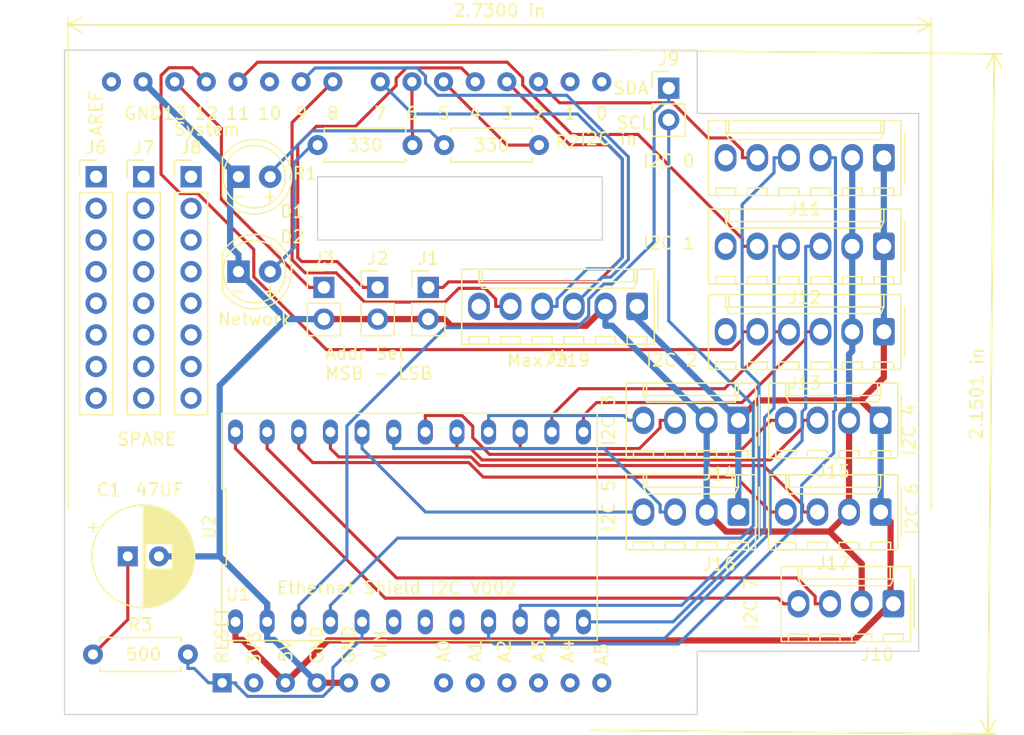
<source format=kicad_pcb>
(kicad_pcb (version 20171130) (host pcbnew "(5.1.5-0-10_14)")

  (general
    (thickness 1.6)
    (drawings 40)
    (tracks 299)
    (zones 0)
    (modules 24)
    (nets 79)
  )

  (page A4)
  (layers
    (0 F.Cu signal)
    (31 B.Cu signal)
    (32 B.Adhes user)
    (33 F.Adhes user)
    (34 B.Paste user)
    (35 F.Paste user)
    (36 B.SilkS user)
    (37 F.SilkS user)
    (38 B.Mask user)
    (39 F.Mask user)
    (40 Dwgs.User user)
    (41 Cmts.User user)
    (42 Eco1.User user)
    (43 Eco2.User user)
    (44 Edge.Cuts user)
    (45 Margin user)
    (46 B.CrtYd user)
    (47 F.CrtYd user)
    (48 B.Fab user)
    (49 F.Fab user)
  )

  (setup
    (last_trace_width 0.25)
    (trace_clearance 0.2)
    (zone_clearance 0.508)
    (zone_45_only no)
    (trace_min 0.2)
    (via_size 0.8)
    (via_drill 0.4)
    (via_min_size 0.4)
    (via_min_drill 0.3)
    (uvia_size 0.3)
    (uvia_drill 0.1)
    (uvias_allowed no)
    (uvia_min_size 0.2)
    (uvia_min_drill 0.1)
    (edge_width 0.1)
    (segment_width 0.2)
    (pcb_text_width 0.3)
    (pcb_text_size 1.5 1.5)
    (mod_edge_width 0.15)
    (mod_text_size 1 1)
    (mod_text_width 0.15)
    (pad_size 1.524 1.524)
    (pad_drill 0.762)
    (pad_to_mask_clearance 0)
    (aux_axis_origin 0 0)
    (grid_origin 123.80976 65.786)
    (visible_elements FFFFEF7F)
    (pcbplotparams
      (layerselection 0x010fc_ffffffff)
      (usegerberextensions false)
      (usegerberattributes false)
      (usegerberadvancedattributes false)
      (creategerberjobfile false)
      (excludeedgelayer true)
      (linewidth 0.100000)
      (plotframeref false)
      (viasonmask false)
      (mode 1)
      (useauxorigin false)
      (hpglpennumber 1)
      (hpglpenspeed 20)
      (hpglpendiameter 15.000000)
      (psnegative false)
      (psa4output false)
      (plotreference true)
      (plotvalue true)
      (plotinvisibletext false)
      (padsonsilk false)
      (subtractmaskfromsilk false)
      (outputformat 1)
      (mirror false)
      (drillshape 0)
      (scaleselection 1)
      (outputdirectory "Plot/"))
  )

  (net 0 "")
  (net 1 GND)
  (net 2 "Net-(C1-Pad1)")
  (net 3 "Net-(R2-Pad2)")
  (net 4 "Net-(U1-Pad28)")
  (net 5 "Net-(U1-Pad14)")
  (net 6 "Net-(U1-Pad13)")
  (net 7 "Net-(U1-Pad6)")
  (net 8 "Net-(U1-Pad2)")
  (net 9 +5V)
  (net 10 "Net-(D1-Pad2)")
  (net 11 "Net-(D2-Pad2)")
  (net 12 "Net-(J4-Pad3)")
  (net 13 "Net-(J4-Pad4)")
  (net 14 "Net-(J4-Pad5)")
  (net 15 "Net-(J4-Pad6)")
  (net 16 "Net-(J6-Pad8)")
  (net 17 "Net-(J6-Pad7)")
  (net 18 "Net-(J6-Pad6)")
  (net 19 "Net-(J6-Pad5)")
  (net 20 "Net-(J6-Pad4)")
  (net 21 "Net-(J6-Pad3)")
  (net 22 "Net-(J6-Pad2)")
  (net 23 "Net-(J6-Pad1)")
  (net 24 "Net-(J7-Pad8)")
  (net 25 "Net-(J7-Pad7)")
  (net 26 "Net-(J7-Pad6)")
  (net 27 "Net-(J7-Pad5)")
  (net 28 "Net-(J7-Pad4)")
  (net 29 "Net-(J7-Pad3)")
  (net 30 "Net-(J7-Pad2)")
  (net 31 "Net-(J7-Pad1)")
  (net 32 "Net-(J8-Pad8)")
  (net 33 "Net-(J8-Pad7)")
  (net 34 "Net-(J8-Pad6)")
  (net 35 "Net-(J8-Pad5)")
  (net 36 "Net-(J8-Pad4)")
  (net 37 "Net-(J8-Pad3)")
  (net 38 "Net-(J8-Pad2)")
  (net 39 "Net-(J8-Pad1)")
  (net 40 "Net-(R1-Pad2)")
  (net 41 "Net-(U1-Pad23)")
  (net 42 "Net-(U1-Pad12)")
  (net 43 "Net-(U1-Pad11)")
  (net 44 "Net-(U1-Pad10)")
  (net 45 "Net-(U1-Pad9)")
  (net 46 "Net-(U1-Pad8)")
  (net 47 "Net-(U1-Pad7)")
  (net 48 "Net-(U2-PadA1)")
  (net 49 "Net-(U2-PadA0)")
  (net 50 "Net-(U2-PadA2)")
  (net 51 /SC7)
  (net 52 /SD7)
  (net 53 /SC6)
  (net 54 /SD6)
  (net 55 /SC0)
  (net 56 /SD0)
  (net 57 /SC1)
  (net 58 /SD1)
  (net 59 /SC2)
  (net 60 /SD2)
  (net 61 /SC3)
  (net 62 /SD3)
  (net 63 /SC4)
  (net 64 /SD4)
  (net 65 /SC5)
  (net 66 /SD5)
  (net 67 "Net-(J1-Pad1)")
  (net 68 "Net-(J2-Pad1)")
  (net 69 "Net-(J3-Pad1)")
  (net 70 "Net-(J9-Pad2)")
  (net 71 "Net-(J9-Pad1)")
  (net 72 "Net-(J11-Pad6)")
  (net 73 "Net-(J12-Pad6)")
  (net 74 "Net-(R3-Pad2)")
  (net 75 /RST_1)
  (net 76 /RST_2)
  (net 77 /RST_3)
  (net 78 "Net-(J13-Pad6)")

  (net_class Default "This is the default net class."
    (clearance 0.2)
    (trace_width 0.25)
    (via_dia 0.8)
    (via_drill 0.4)
    (uvia_dia 0.3)
    (uvia_drill 0.1)
    (add_net /RST_1)
    (add_net /RST_2)
    (add_net /RST_3)
    (add_net /SC0)
    (add_net /SC1)
    (add_net /SC2)
    (add_net /SC3)
    (add_net /SC4)
    (add_net /SC5)
    (add_net /SC6)
    (add_net /SC7)
    (add_net /SD0)
    (add_net /SD1)
    (add_net /SD2)
    (add_net /SD3)
    (add_net /SD4)
    (add_net /SD5)
    (add_net /SD6)
    (add_net /SD7)
    (add_net "Net-(C1-Pad1)")
    (add_net "Net-(D1-Pad2)")
    (add_net "Net-(D2-Pad2)")
    (add_net "Net-(J1-Pad1)")
    (add_net "Net-(J11-Pad6)")
    (add_net "Net-(J12-Pad6)")
    (add_net "Net-(J13-Pad6)")
    (add_net "Net-(J2-Pad1)")
    (add_net "Net-(J3-Pad1)")
    (add_net "Net-(J4-Pad3)")
    (add_net "Net-(J4-Pad4)")
    (add_net "Net-(J4-Pad5)")
    (add_net "Net-(J4-Pad6)")
    (add_net "Net-(J6-Pad1)")
    (add_net "Net-(J6-Pad2)")
    (add_net "Net-(J6-Pad3)")
    (add_net "Net-(J6-Pad4)")
    (add_net "Net-(J6-Pad5)")
    (add_net "Net-(J6-Pad6)")
    (add_net "Net-(J6-Pad7)")
    (add_net "Net-(J6-Pad8)")
    (add_net "Net-(J7-Pad1)")
    (add_net "Net-(J7-Pad2)")
    (add_net "Net-(J7-Pad3)")
    (add_net "Net-(J7-Pad4)")
    (add_net "Net-(J7-Pad5)")
    (add_net "Net-(J7-Pad6)")
    (add_net "Net-(J7-Pad7)")
    (add_net "Net-(J7-Pad8)")
    (add_net "Net-(J8-Pad1)")
    (add_net "Net-(J8-Pad2)")
    (add_net "Net-(J8-Pad3)")
    (add_net "Net-(J8-Pad4)")
    (add_net "Net-(J8-Pad5)")
    (add_net "Net-(J8-Pad6)")
    (add_net "Net-(J8-Pad7)")
    (add_net "Net-(J8-Pad8)")
    (add_net "Net-(J9-Pad1)")
    (add_net "Net-(J9-Pad2)")
    (add_net "Net-(R1-Pad2)")
    (add_net "Net-(R2-Pad2)")
    (add_net "Net-(R3-Pad2)")
    (add_net "Net-(U1-Pad10)")
    (add_net "Net-(U1-Pad11)")
    (add_net "Net-(U1-Pad12)")
    (add_net "Net-(U1-Pad13)")
    (add_net "Net-(U1-Pad14)")
    (add_net "Net-(U1-Pad2)")
    (add_net "Net-(U1-Pad23)")
    (add_net "Net-(U1-Pad28)")
    (add_net "Net-(U1-Pad6)")
    (add_net "Net-(U1-Pad7)")
    (add_net "Net-(U1-Pad8)")
    (add_net "Net-(U1-Pad9)")
    (add_net "Net-(U2-PadA0)")
    (add_net "Net-(U2-PadA1)")
    (add_net "Net-(U2-PadA2)")
  )

  (net_class POWER ""
    (clearance 0.2)
    (trace_width 0.5)
    (via_dia 0.8)
    (via_drill 0.4)
    (uvia_dia 0.3)
    (uvia_drill 0.1)
    (add_net +5V)
    (add_net GND)
  )

  (module PT_Library_v001:Molex_1x06_P2.54mm_Vertical (layer F.Cu) (tedit 5B78013E) (tstamp 5EDF1DC6)
    (at 164.196 85.852 180)
    (descr "Molex KK-254 Interconnect System, old/engineering part number: AE-6410-06A example for new part number: 22-27-2061, 6 Pins (http://www.molex.com/pdm_docs/sd/022272021_sd.pdf), generated with kicad-footprint-generator")
    (tags "connector Molex KK-254 side entry")
    (path /5EDF9E7F)
    (fp_text reference J13 (at 6.35 -4.12) (layer F.SilkS)
      (effects (font (size 1 1) (thickness 0.15)))
    )
    (fp_text value PT_Conn_01x04 (at 6.35 4.08) (layer F.Fab)
      (effects (font (size 1 1) (thickness 0.15)))
    )
    (fp_text user %R (at 6.35 -2.22) (layer F.Fab)
      (effects (font (size 1 1) (thickness 0.15)))
    )
    (fp_line (start 14.47 -3.42) (end -1.77 -3.42) (layer F.CrtYd) (width 0.05))
    (fp_line (start 14.47 3.38) (end 14.47 -3.42) (layer F.CrtYd) (width 0.05))
    (fp_line (start -1.77 3.38) (end 14.47 3.38) (layer F.CrtYd) (width 0.05))
    (fp_line (start -1.77 -3.42) (end -1.77 3.38) (layer F.CrtYd) (width 0.05))
    (fp_line (start 13.5 -2.43) (end 13.5 -3.03) (layer F.SilkS) (width 0.12))
    (fp_line (start 11.9 -2.43) (end 13.5 -2.43) (layer F.SilkS) (width 0.12))
    (fp_line (start 11.9 -3.03) (end 11.9 -2.43) (layer F.SilkS) (width 0.12))
    (fp_line (start 10.96 -2.43) (end 10.96 -3.03) (layer F.SilkS) (width 0.12))
    (fp_line (start 9.36 -2.43) (end 10.96 -2.43) (layer F.SilkS) (width 0.12))
    (fp_line (start 9.36 -3.03) (end 9.36 -2.43) (layer F.SilkS) (width 0.12))
    (fp_line (start 8.42 -2.43) (end 8.42 -3.03) (layer F.SilkS) (width 0.12))
    (fp_line (start 6.82 -2.43) (end 8.42 -2.43) (layer F.SilkS) (width 0.12))
    (fp_line (start 6.82 -3.03) (end 6.82 -2.43) (layer F.SilkS) (width 0.12))
    (fp_line (start 5.88 -2.43) (end 5.88 -3.03) (layer F.SilkS) (width 0.12))
    (fp_line (start 4.28 -2.43) (end 5.88 -2.43) (layer F.SilkS) (width 0.12))
    (fp_line (start 4.28 -3.03) (end 4.28 -2.43) (layer F.SilkS) (width 0.12))
    (fp_line (start 3.34 -2.43) (end 3.34 -3.03) (layer F.SilkS) (width 0.12))
    (fp_line (start 1.74 -2.43) (end 3.34 -2.43) (layer F.SilkS) (width 0.12))
    (fp_line (start 1.74 -3.03) (end 1.74 -2.43) (layer F.SilkS) (width 0.12))
    (fp_line (start 0.8 -2.43) (end 0.8 -3.03) (layer F.SilkS) (width 0.12))
    (fp_line (start -0.8 -2.43) (end 0.8 -2.43) (layer F.SilkS) (width 0.12))
    (fp_line (start -0.8 -3.03) (end -0.8 -2.43) (layer F.SilkS) (width 0.12))
    (fp_line (start 12.45 2.99) (end 12.45 1.99) (layer F.SilkS) (width 0.12))
    (fp_line (start 0.25 2.99) (end 0.25 1.99) (layer F.SilkS) (width 0.12))
    (fp_line (start 12.45 1.46) (end 12.7 1.99) (layer F.SilkS) (width 0.12))
    (fp_line (start 0.25 1.46) (end 12.45 1.46) (layer F.SilkS) (width 0.12))
    (fp_line (start 0 1.99) (end 0.25 1.46) (layer F.SilkS) (width 0.12))
    (fp_line (start 12.7 1.99) (end 12.7 2.99) (layer F.SilkS) (width 0.12))
    (fp_line (start 0 1.99) (end 12.7 1.99) (layer F.SilkS) (width 0.12))
    (fp_line (start 0 2.99) (end 0 1.99) (layer F.SilkS) (width 0.12))
    (fp_line (start -0.562893 0) (end -1.27 0.5) (layer F.Fab) (width 0.1))
    (fp_line (start -1.27 -0.5) (end -0.562893 0) (layer F.Fab) (width 0.1))
    (fp_line (start -1.67 -2) (end -1.67 2) (layer F.SilkS) (width 0.12))
    (fp_line (start 14.08 -3.03) (end -1.38 -3.03) (layer F.SilkS) (width 0.12))
    (fp_line (start 14.08 2.99) (end 14.08 -3.03) (layer F.SilkS) (width 0.12))
    (fp_line (start -1.38 2.99) (end 14.08 2.99) (layer F.SilkS) (width 0.12))
    (fp_line (start -1.38 -3.03) (end -1.38 2.99) (layer F.SilkS) (width 0.12))
    (fp_line (start 13.97 -2.92) (end -1.27 -2.92) (layer F.Fab) (width 0.1))
    (fp_line (start 13.97 2.88) (end 13.97 -2.92) (layer F.Fab) (width 0.1))
    (fp_line (start -1.27 2.88) (end 13.97 2.88) (layer F.Fab) (width 0.1))
    (fp_line (start -1.27 -2.92) (end -1.27 2.88) (layer F.Fab) (width 0.1))
    (pad 6 thru_hole oval (at 12.7 0 180) (size 1.74 2.2) (drill 1.2) (layers *.Cu *.Mask)
      (net 78 "Net-(J13-Pad6)"))
    (pad 5 thru_hole oval (at 10.16 0 180) (size 1.74 2.2) (drill 1.2) (layers *.Cu *.Mask)
      (net 77 /RST_3))
    (pad 4 thru_hole oval (at 7.62 0 180) (size 1.74 2.2) (drill 1.2) (layers *.Cu *.Mask)
      (net 60 /SD2))
    (pad 3 thru_hole oval (at 5.08 0 180) (size 1.74 2.2) (drill 1.2) (layers *.Cu *.Mask)
      (net 59 /SC2))
    (pad 2 thru_hole oval (at 2.54 0 180) (size 1.74 2.2) (drill 1.2) (layers *.Cu *.Mask)
      (net 1 GND))
    (pad 1 thru_hole roundrect (at 0 0 180) (size 1.74 2.2) (drill 1.2) (layers *.Cu *.Mask) (roundrect_rratio 0.143678)
      (net 9 +5V))
    (model ${KISYS3DMOD}/Connector_Molex.3dshapes/Molex_KK-254_AE-6410-06A_1x06_P2.54mm_Vertical.wrl
      (at (xyz 0 0 0))
      (scale (xyz 1 1 1))
      (rotate (xyz 0 0 0))
    )
  )

  (module PT_Library_v001:R_Axial_DIN0207_L6.3mm_D2.5mm_P7.62mm_Horizontal (layer F.Cu) (tedit 5AE5139B) (tstamp 5E6391E6)
    (at 100.696 111.76)
    (descr "Resistor, Axial_DIN0207 series, Axial, Horizontal, pin pitch=7.62mm, 0.25W = 1/4W, length*diameter=6.3*2.5mm^2, http://cdn-reichelt.de/documents/datenblatt/B400/1_4W%23YAG.pdf")
    (tags "Resistor Axial_DIN0207 series Axial Horizontal pin pitch 7.62mm 0.25W = 1/4W length 6.3mm diameter 2.5mm")
    (path /5E637E5E)
    (fp_text reference R3 (at 3.81 -2.37) (layer F.SilkS)
      (effects (font (size 1 1) (thickness 0.15)))
    )
    (fp_text value 500 (at 3.81 2.37) (layer F.Fab)
      (effects (font (size 1 1) (thickness 0.15)))
    )
    (fp_text user %R (at 3.81 0) (layer F.Fab)
      (effects (font (size 1 1) (thickness 0.15)))
    )
    (fp_line (start 8.67 -1.5) (end -1.05 -1.5) (layer F.CrtYd) (width 0.05))
    (fp_line (start 8.67 1.5) (end 8.67 -1.5) (layer F.CrtYd) (width 0.05))
    (fp_line (start -1.05 1.5) (end 8.67 1.5) (layer F.CrtYd) (width 0.05))
    (fp_line (start -1.05 -1.5) (end -1.05 1.5) (layer F.CrtYd) (width 0.05))
    (fp_line (start 7.08 1.37) (end 7.08 1.04) (layer F.SilkS) (width 0.12))
    (fp_line (start 0.54 1.37) (end 7.08 1.37) (layer F.SilkS) (width 0.12))
    (fp_line (start 0.54 1.04) (end 0.54 1.37) (layer F.SilkS) (width 0.12))
    (fp_line (start 7.08 -1.37) (end 7.08 -1.04) (layer F.SilkS) (width 0.12))
    (fp_line (start 0.54 -1.37) (end 7.08 -1.37) (layer F.SilkS) (width 0.12))
    (fp_line (start 0.54 -1.04) (end 0.54 -1.37) (layer F.SilkS) (width 0.12))
    (fp_line (start 7.62 0) (end 6.96 0) (layer F.Fab) (width 0.1))
    (fp_line (start 0 0) (end 0.66 0) (layer F.Fab) (width 0.1))
    (fp_line (start 6.96 -1.25) (end 0.66 -1.25) (layer F.Fab) (width 0.1))
    (fp_line (start 6.96 1.25) (end 6.96 -1.25) (layer F.Fab) (width 0.1))
    (fp_line (start 0.66 1.25) (end 6.96 1.25) (layer F.Fab) (width 0.1))
    (fp_line (start 0.66 -1.25) (end 0.66 1.25) (layer F.Fab) (width 0.1))
    (pad 2 thru_hole oval (at 7.62 0) (size 1.6 1.6) (drill 0.8) (layers *.Cu *.Mask)
      (net 74 "Net-(R3-Pad2)"))
    (pad 1 thru_hole circle (at 0 0) (size 1.6 1.6) (drill 0.8) (layers *.Cu *.Mask)
      (net 2 "Net-(C1-Pad1)"))
    (model ${KISYS3DMOD}/Resistor_THT.3dshapes/R_Axial_DIN0207_L6.3mm_D2.5mm_P7.62mm_Horizontal.wrl
      (at (xyz 0 0 0))
      (scale (xyz 1 1 1))
      (rotate (xyz 0 0 0))
    )
  )

  (module PT_Library_v001:R_Axial_DIN0207_L6.3mm_D2.5mm_P7.62mm_Horizontal (layer F.Cu) (tedit 5AE5139B) (tstamp 5E645D97)
    (at 128.89 70.866)
    (descr "Resistor, Axial_DIN0207 series, Axial, Horizontal, pin pitch=7.62mm, 0.25W = 1/4W, length*diameter=6.3*2.5mm^2, http://cdn-reichelt.de/documents/datenblatt/B400/1_4W%23YAG.pdf")
    (tags "Resistor Axial_DIN0207 series Axial Horizontal pin pitch 7.62mm 0.25W = 1/4W length 6.3mm diameter 2.5mm")
    (path /5E7905FE)
    (fp_text reference R2 (at 9.906 -0.254) (layer F.SilkS)
      (effects (font (size 1 1) (thickness 0.15)))
    )
    (fp_text value 330 (at 3.81 2.37) (layer F.Fab)
      (effects (font (size 1 1) (thickness 0.15)))
    )
    (fp_text user %R (at 3.81 0) (layer F.Fab)
      (effects (font (size 1 1) (thickness 0.15)))
    )
    (fp_line (start 8.67 -1.5) (end -1.05 -1.5) (layer F.CrtYd) (width 0.05))
    (fp_line (start 8.67 1.5) (end 8.67 -1.5) (layer F.CrtYd) (width 0.05))
    (fp_line (start -1.05 1.5) (end 8.67 1.5) (layer F.CrtYd) (width 0.05))
    (fp_line (start -1.05 -1.5) (end -1.05 1.5) (layer F.CrtYd) (width 0.05))
    (fp_line (start 7.08 1.37) (end 7.08 1.04) (layer F.SilkS) (width 0.12))
    (fp_line (start 0.54 1.37) (end 7.08 1.37) (layer F.SilkS) (width 0.12))
    (fp_line (start 0.54 1.04) (end 0.54 1.37) (layer F.SilkS) (width 0.12))
    (fp_line (start 7.08 -1.37) (end 7.08 -1.04) (layer F.SilkS) (width 0.12))
    (fp_line (start 0.54 -1.37) (end 7.08 -1.37) (layer F.SilkS) (width 0.12))
    (fp_line (start 0.54 -1.04) (end 0.54 -1.37) (layer F.SilkS) (width 0.12))
    (fp_line (start 7.62 0) (end 6.96 0) (layer F.Fab) (width 0.1))
    (fp_line (start 0 0) (end 0.66 0) (layer F.Fab) (width 0.1))
    (fp_line (start 6.96 -1.25) (end 0.66 -1.25) (layer F.Fab) (width 0.1))
    (fp_line (start 6.96 1.25) (end 6.96 -1.25) (layer F.Fab) (width 0.1))
    (fp_line (start 0.66 1.25) (end 6.96 1.25) (layer F.Fab) (width 0.1))
    (fp_line (start 0.66 -1.25) (end 0.66 1.25) (layer F.Fab) (width 0.1))
    (pad 2 thru_hole oval (at 7.62 0) (size 1.6 1.6) (drill 0.8) (layers *.Cu *.Mask)
      (net 3 "Net-(R2-Pad2)"))
    (pad 1 thru_hole circle (at 0 0) (size 1.6 1.6) (drill 0.8) (layers *.Cu *.Mask)
      (net 10 "Net-(D1-Pad2)"))
    (model ${KISYS3DMOD}/Resistor_THT.3dshapes/R_Axial_DIN0207_L6.3mm_D2.5mm_P7.62mm_Horizontal.wrl
      (at (xyz 0 0 0))
      (scale (xyz 1 1 1))
      (rotate (xyz 0 0 0))
    )
  )

  (module PT_Library_v001:R_Axial_DIN0207_L6.3mm_D2.5mm_P7.62mm_Horizontal (layer F.Cu) (tedit 5AE5139B) (tstamp 5E646C97)
    (at 118.73 70.866)
    (descr "Resistor, Axial_DIN0207 series, Axial, Horizontal, pin pitch=7.62mm, 0.25W = 1/4W, length*diameter=6.3*2.5mm^2, http://cdn-reichelt.de/documents/datenblatt/B400/1_4W%23YAG.pdf")
    (tags "Resistor Axial_DIN0207 series Axial Horizontal pin pitch 7.62mm 0.25W = 1/4W length 6.3mm diameter 2.5mm")
    (path /5E791245)
    (fp_text reference R1 (at -1.01624 2.286) (layer F.SilkS)
      (effects (font (size 1 1) (thickness 0.15)))
    )
    (fp_text value 330 (at 3.81 2.37) (layer F.Fab)
      (effects (font (size 1 1) (thickness 0.15)))
    )
    (fp_text user %R (at 3.81 0) (layer F.Fab)
      (effects (font (size 1 1) (thickness 0.15)))
    )
    (fp_line (start 8.67 -1.5) (end -1.05 -1.5) (layer F.CrtYd) (width 0.05))
    (fp_line (start 8.67 1.5) (end 8.67 -1.5) (layer F.CrtYd) (width 0.05))
    (fp_line (start -1.05 1.5) (end 8.67 1.5) (layer F.CrtYd) (width 0.05))
    (fp_line (start -1.05 -1.5) (end -1.05 1.5) (layer F.CrtYd) (width 0.05))
    (fp_line (start 7.08 1.37) (end 7.08 1.04) (layer F.SilkS) (width 0.12))
    (fp_line (start 0.54 1.37) (end 7.08 1.37) (layer F.SilkS) (width 0.12))
    (fp_line (start 0.54 1.04) (end 0.54 1.37) (layer F.SilkS) (width 0.12))
    (fp_line (start 7.08 -1.37) (end 7.08 -1.04) (layer F.SilkS) (width 0.12))
    (fp_line (start 0.54 -1.37) (end 7.08 -1.37) (layer F.SilkS) (width 0.12))
    (fp_line (start 0.54 -1.04) (end 0.54 -1.37) (layer F.SilkS) (width 0.12))
    (fp_line (start 7.62 0) (end 6.96 0) (layer F.Fab) (width 0.1))
    (fp_line (start 0 0) (end 0.66 0) (layer F.Fab) (width 0.1))
    (fp_line (start 6.96 -1.25) (end 0.66 -1.25) (layer F.Fab) (width 0.1))
    (fp_line (start 6.96 1.25) (end 6.96 -1.25) (layer F.Fab) (width 0.1))
    (fp_line (start 0.66 1.25) (end 6.96 1.25) (layer F.Fab) (width 0.1))
    (fp_line (start 0.66 -1.25) (end 0.66 1.25) (layer F.Fab) (width 0.1))
    (pad 2 thru_hole oval (at 7.62 0) (size 1.6 1.6) (drill 0.8) (layers *.Cu *.Mask)
      (net 40 "Net-(R1-Pad2)"))
    (pad 1 thru_hole circle (at 0 0) (size 1.6 1.6) (drill 0.8) (layers *.Cu *.Mask)
      (net 11 "Net-(D2-Pad2)"))
    (model ${KISYS3DMOD}/Resistor_THT.3dshapes/R_Axial_DIN0207_L6.3mm_D2.5mm_P7.62mm_Horizontal.wrl
      (at (xyz 0 0 0))
      (scale (xyz 1 1 1))
      (rotate (xyz 0 0 0))
    )
  )

  (module Connector_PinHeader_2.54mm:PinHeader_1x02_P2.54mm_Vertical (layer F.Cu) (tedit 59FED5CC) (tstamp 5EDEF88D)
    (at 146.924 66.294)
    (descr "Through hole straight pin header, 1x02, 2.54mm pitch, single row")
    (tags "Through hole pin header THT 1x02 2.54mm single row")
    (path /5EDF0391)
    (fp_text reference J9 (at 0 -2.33) (layer F.SilkS)
      (effects (font (size 1 1) (thickness 0.15)))
    )
    (fp_text value Conn_01x02_Female (at 0 4.87) (layer F.Fab)
      (effects (font (size 1 1) (thickness 0.15)))
    )
    (fp_text user %R (at 0 1.27 90) (layer F.Fab)
      (effects (font (size 1 1) (thickness 0.15)))
    )
    (fp_line (start 1.8 -1.8) (end -1.8 -1.8) (layer F.CrtYd) (width 0.05))
    (fp_line (start 1.8 4.35) (end 1.8 -1.8) (layer F.CrtYd) (width 0.05))
    (fp_line (start -1.8 4.35) (end 1.8 4.35) (layer F.CrtYd) (width 0.05))
    (fp_line (start -1.8 -1.8) (end -1.8 4.35) (layer F.CrtYd) (width 0.05))
    (fp_line (start -1.33 -1.33) (end 0 -1.33) (layer F.SilkS) (width 0.12))
    (fp_line (start -1.33 0) (end -1.33 -1.33) (layer F.SilkS) (width 0.12))
    (fp_line (start -1.33 1.27) (end 1.33 1.27) (layer F.SilkS) (width 0.12))
    (fp_line (start 1.33 1.27) (end 1.33 3.87) (layer F.SilkS) (width 0.12))
    (fp_line (start -1.33 1.27) (end -1.33 3.87) (layer F.SilkS) (width 0.12))
    (fp_line (start -1.33 3.87) (end 1.33 3.87) (layer F.SilkS) (width 0.12))
    (fp_line (start -1.27 -0.635) (end -0.635 -1.27) (layer F.Fab) (width 0.1))
    (fp_line (start -1.27 3.81) (end -1.27 -0.635) (layer F.Fab) (width 0.1))
    (fp_line (start 1.27 3.81) (end -1.27 3.81) (layer F.Fab) (width 0.1))
    (fp_line (start 1.27 -1.27) (end 1.27 3.81) (layer F.Fab) (width 0.1))
    (fp_line (start -0.635 -1.27) (end 1.27 -1.27) (layer F.Fab) (width 0.1))
    (pad 2 thru_hole oval (at 0 2.54) (size 1.7 1.7) (drill 1) (layers *.Cu *.Mask)
      (net 70 "Net-(J9-Pad2)"))
    (pad 1 thru_hole rect (at 0 0) (size 1.7 1.7) (drill 1) (layers *.Cu *.Mask)
      (net 71 "Net-(J9-Pad1)"))
    (model ${KISYS3DMOD}/Connector_PinHeader_2.54mm.3dshapes/PinHeader_1x02_P2.54mm_Vertical.wrl
      (at (xyz 0 0 0))
      (scale (xyz 1 1 1))
      (rotate (xyz 0 0 0))
    )
  )

  (module Connector_PinHeader_2.54mm:PinHeader_1x08_P2.54mm_Vertical (layer F.Cu) (tedit 59FED5CC) (tstamp 5E646968)
    (at 108.57 73.406)
    (descr "Through hole straight pin header, 1x08, 2.54mm pitch, single row")
    (tags "Through hole pin header THT 1x08 2.54mm single row")
    (path /5E7CA9FF)
    (fp_text reference J8 (at 0 -2.33) (layer F.SilkS)
      (effects (font (size 1 1) (thickness 0.15)))
    )
    (fp_text value Conn_01x08_Female (at 0 20.11) (layer F.Fab)
      (effects (font (size 1 1) (thickness 0.15)))
    )
    (fp_text user %R (at 0 8.89 90) (layer F.Fab)
      (effects (font (size 1 1) (thickness 0.15)))
    )
    (fp_line (start 1.8 -1.8) (end -1.8 -1.8) (layer F.CrtYd) (width 0.05))
    (fp_line (start 1.8 19.55) (end 1.8 -1.8) (layer F.CrtYd) (width 0.05))
    (fp_line (start -1.8 19.55) (end 1.8 19.55) (layer F.CrtYd) (width 0.05))
    (fp_line (start -1.8 -1.8) (end -1.8 19.55) (layer F.CrtYd) (width 0.05))
    (fp_line (start -1.33 -1.33) (end 0 -1.33) (layer F.SilkS) (width 0.12))
    (fp_line (start -1.33 0) (end -1.33 -1.33) (layer F.SilkS) (width 0.12))
    (fp_line (start -1.33 1.27) (end 1.33 1.27) (layer F.SilkS) (width 0.12))
    (fp_line (start 1.33 1.27) (end 1.33 19.11) (layer F.SilkS) (width 0.12))
    (fp_line (start -1.33 1.27) (end -1.33 19.11) (layer F.SilkS) (width 0.12))
    (fp_line (start -1.33 19.11) (end 1.33 19.11) (layer F.SilkS) (width 0.12))
    (fp_line (start -1.27 -0.635) (end -0.635 -1.27) (layer F.Fab) (width 0.1))
    (fp_line (start -1.27 19.05) (end -1.27 -0.635) (layer F.Fab) (width 0.1))
    (fp_line (start 1.27 19.05) (end -1.27 19.05) (layer F.Fab) (width 0.1))
    (fp_line (start 1.27 -1.27) (end 1.27 19.05) (layer F.Fab) (width 0.1))
    (fp_line (start -0.635 -1.27) (end 1.27 -1.27) (layer F.Fab) (width 0.1))
    (pad 8 thru_hole oval (at 0 17.78) (size 1.7 1.7) (drill 1) (layers *.Cu *.Mask)
      (net 32 "Net-(J8-Pad8)"))
    (pad 7 thru_hole oval (at 0 15.24) (size 1.7 1.7) (drill 1) (layers *.Cu *.Mask)
      (net 33 "Net-(J8-Pad7)"))
    (pad 6 thru_hole oval (at 0 12.7) (size 1.7 1.7) (drill 1) (layers *.Cu *.Mask)
      (net 34 "Net-(J8-Pad6)"))
    (pad 5 thru_hole oval (at 0 10.16) (size 1.7 1.7) (drill 1) (layers *.Cu *.Mask)
      (net 35 "Net-(J8-Pad5)"))
    (pad 4 thru_hole oval (at 0 7.62) (size 1.7 1.7) (drill 1) (layers *.Cu *.Mask)
      (net 36 "Net-(J8-Pad4)"))
    (pad 3 thru_hole oval (at 0 5.08) (size 1.7 1.7) (drill 1) (layers *.Cu *.Mask)
      (net 37 "Net-(J8-Pad3)"))
    (pad 2 thru_hole oval (at 0 2.54) (size 1.7 1.7) (drill 1) (layers *.Cu *.Mask)
      (net 38 "Net-(J8-Pad2)"))
    (pad 1 thru_hole rect (at 0 0) (size 1.7 1.7) (drill 1) (layers *.Cu *.Mask)
      (net 39 "Net-(J8-Pad1)"))
    (model ${KISYS3DMOD}/Connector_PinHeader_2.54mm.3dshapes/PinHeader_1x08_P2.54mm_Vertical.wrl
      (at (xyz 0 0 0))
      (scale (xyz 1 1 1))
      (rotate (xyz 0 0 0))
    )
  )

  (module Connector_PinHeader_2.54mm:PinHeader_1x08_P2.54mm_Vertical (layer F.Cu) (tedit 59FED5CC) (tstamp 5E645CC7)
    (at 104.76 73.406)
    (descr "Through hole straight pin header, 1x08, 2.54mm pitch, single row")
    (tags "Through hole pin header THT 1x08 2.54mm single row")
    (path /5E7C9A36)
    (fp_text reference J7 (at 0 -2.33) (layer F.SilkS)
      (effects (font (size 1 1) (thickness 0.15)))
    )
    (fp_text value Conn_01x08_Female (at 0 20.11) (layer F.Fab)
      (effects (font (size 1 1) (thickness 0.15)))
    )
    (fp_text user %R (at 0 8.89 90) (layer F.Fab)
      (effects (font (size 1 1) (thickness 0.15)))
    )
    (fp_line (start 1.8 -1.8) (end -1.8 -1.8) (layer F.CrtYd) (width 0.05))
    (fp_line (start 1.8 19.55) (end 1.8 -1.8) (layer F.CrtYd) (width 0.05))
    (fp_line (start -1.8 19.55) (end 1.8 19.55) (layer F.CrtYd) (width 0.05))
    (fp_line (start -1.8 -1.8) (end -1.8 19.55) (layer F.CrtYd) (width 0.05))
    (fp_line (start -1.33 -1.33) (end 0 -1.33) (layer F.SilkS) (width 0.12))
    (fp_line (start -1.33 0) (end -1.33 -1.33) (layer F.SilkS) (width 0.12))
    (fp_line (start -1.33 1.27) (end 1.33 1.27) (layer F.SilkS) (width 0.12))
    (fp_line (start 1.33 1.27) (end 1.33 19.11) (layer F.SilkS) (width 0.12))
    (fp_line (start -1.33 1.27) (end -1.33 19.11) (layer F.SilkS) (width 0.12))
    (fp_line (start -1.33 19.11) (end 1.33 19.11) (layer F.SilkS) (width 0.12))
    (fp_line (start -1.27 -0.635) (end -0.635 -1.27) (layer F.Fab) (width 0.1))
    (fp_line (start -1.27 19.05) (end -1.27 -0.635) (layer F.Fab) (width 0.1))
    (fp_line (start 1.27 19.05) (end -1.27 19.05) (layer F.Fab) (width 0.1))
    (fp_line (start 1.27 -1.27) (end 1.27 19.05) (layer F.Fab) (width 0.1))
    (fp_line (start -0.635 -1.27) (end 1.27 -1.27) (layer F.Fab) (width 0.1))
    (pad 8 thru_hole oval (at 0 17.78) (size 1.7 1.7) (drill 1) (layers *.Cu *.Mask)
      (net 24 "Net-(J7-Pad8)"))
    (pad 7 thru_hole oval (at 0 15.24) (size 1.7 1.7) (drill 1) (layers *.Cu *.Mask)
      (net 25 "Net-(J7-Pad7)"))
    (pad 6 thru_hole oval (at 0 12.7) (size 1.7 1.7) (drill 1) (layers *.Cu *.Mask)
      (net 26 "Net-(J7-Pad6)"))
    (pad 5 thru_hole oval (at 0 10.16) (size 1.7 1.7) (drill 1) (layers *.Cu *.Mask)
      (net 27 "Net-(J7-Pad5)"))
    (pad 4 thru_hole oval (at 0 7.62) (size 1.7 1.7) (drill 1) (layers *.Cu *.Mask)
      (net 28 "Net-(J7-Pad4)"))
    (pad 3 thru_hole oval (at 0 5.08) (size 1.7 1.7) (drill 1) (layers *.Cu *.Mask)
      (net 29 "Net-(J7-Pad3)"))
    (pad 2 thru_hole oval (at 0 2.54) (size 1.7 1.7) (drill 1) (layers *.Cu *.Mask)
      (net 30 "Net-(J7-Pad2)"))
    (pad 1 thru_hole rect (at 0 0) (size 1.7 1.7) (drill 1) (layers *.Cu *.Mask)
      (net 31 "Net-(J7-Pad1)"))
    (model ${KISYS3DMOD}/Connector_PinHeader_2.54mm.3dshapes/PinHeader_1x08_P2.54mm_Vertical.wrl
      (at (xyz 0 0 0))
      (scale (xyz 1 1 1))
      (rotate (xyz 0 0 0))
    )
  )

  (module Connector_PinHeader_2.54mm:PinHeader_1x08_P2.54mm_Vertical (layer F.Cu) (tedit 59FED5CC) (tstamp 5E645CAB)
    (at 100.95 73.406)
    (descr "Through hole straight pin header, 1x08, 2.54mm pitch, single row")
    (tags "Through hole pin header THT 1x08 2.54mm single row")
    (path /5E7C8A00)
    (fp_text reference J6 (at 0 -2.33) (layer F.SilkS)
      (effects (font (size 1 1) (thickness 0.15)))
    )
    (fp_text value Conn_01x08_Female (at 0 20.11) (layer F.Fab)
      (effects (font (size 1 1) (thickness 0.15)))
    )
    (fp_text user %R (at 0 8.89 90) (layer F.Fab)
      (effects (font (size 1 1) (thickness 0.15)))
    )
    (fp_line (start 1.8 -1.8) (end -1.8 -1.8) (layer F.CrtYd) (width 0.05))
    (fp_line (start 1.8 19.55) (end 1.8 -1.8) (layer F.CrtYd) (width 0.05))
    (fp_line (start -1.8 19.55) (end 1.8 19.55) (layer F.CrtYd) (width 0.05))
    (fp_line (start -1.8 -1.8) (end -1.8 19.55) (layer F.CrtYd) (width 0.05))
    (fp_line (start -1.33 -1.33) (end 0 -1.33) (layer F.SilkS) (width 0.12))
    (fp_line (start -1.33 0) (end -1.33 -1.33) (layer F.SilkS) (width 0.12))
    (fp_line (start -1.33 1.27) (end 1.33 1.27) (layer F.SilkS) (width 0.12))
    (fp_line (start 1.33 1.27) (end 1.33 19.11) (layer F.SilkS) (width 0.12))
    (fp_line (start -1.33 1.27) (end -1.33 19.11) (layer F.SilkS) (width 0.12))
    (fp_line (start -1.33 19.11) (end 1.33 19.11) (layer F.SilkS) (width 0.12))
    (fp_line (start -1.27 -0.635) (end -0.635 -1.27) (layer F.Fab) (width 0.1))
    (fp_line (start -1.27 19.05) (end -1.27 -0.635) (layer F.Fab) (width 0.1))
    (fp_line (start 1.27 19.05) (end -1.27 19.05) (layer F.Fab) (width 0.1))
    (fp_line (start 1.27 -1.27) (end 1.27 19.05) (layer F.Fab) (width 0.1))
    (fp_line (start -0.635 -1.27) (end 1.27 -1.27) (layer F.Fab) (width 0.1))
    (pad 8 thru_hole oval (at 0 17.78) (size 1.7 1.7) (drill 1) (layers *.Cu *.Mask)
      (net 16 "Net-(J6-Pad8)"))
    (pad 7 thru_hole oval (at 0 15.24) (size 1.7 1.7) (drill 1) (layers *.Cu *.Mask)
      (net 17 "Net-(J6-Pad7)"))
    (pad 6 thru_hole oval (at 0 12.7) (size 1.7 1.7) (drill 1) (layers *.Cu *.Mask)
      (net 18 "Net-(J6-Pad6)"))
    (pad 5 thru_hole oval (at 0 10.16) (size 1.7 1.7) (drill 1) (layers *.Cu *.Mask)
      (net 19 "Net-(J6-Pad5)"))
    (pad 4 thru_hole oval (at 0 7.62) (size 1.7 1.7) (drill 1) (layers *.Cu *.Mask)
      (net 20 "Net-(J6-Pad4)"))
    (pad 3 thru_hole oval (at 0 5.08) (size 1.7 1.7) (drill 1) (layers *.Cu *.Mask)
      (net 21 "Net-(J6-Pad3)"))
    (pad 2 thru_hole oval (at 0 2.54) (size 1.7 1.7) (drill 1) (layers *.Cu *.Mask)
      (net 22 "Net-(J6-Pad2)"))
    (pad 1 thru_hole rect (at 0 0) (size 1.7 1.7) (drill 1) (layers *.Cu *.Mask)
      (net 23 "Net-(J6-Pad1)"))
    (model ${KISYS3DMOD}/Connector_PinHeader_2.54mm.3dshapes/PinHeader_1x08_P2.54mm_Vertical.wrl
      (at (xyz 0 0 0))
      (scale (xyz 1 1 1))
      (rotate (xyz 0 0 0))
    )
  )

  (module PT_Library_v001:Molex_1x04_P2.54mm_Vertical (layer F.Cu) (tedit 5B78013E) (tstamp 5EDF1E4A)
    (at 163.942 100.33 180)
    (descr "Molex KK-254 Interconnect System, old/engineering part number: AE-6410-04A example for new part number: 22-27-2041, 4 Pins (http://www.molex.com/pdm_docs/sd/022272021_sd.pdf), generated with kicad-footprint-generator")
    (tags "connector Molex KK-254 side entry")
    (path /5EDFD911)
    (fp_text reference J17 (at 3.81 -4.12) (layer F.SilkS)
      (effects (font (size 1 1) (thickness 0.15)))
    )
    (fp_text value PT_Conn_01x04 (at 3.81 4.08) (layer F.Fab)
      (effects (font (size 1 1) (thickness 0.15)))
    )
    (fp_text user %R (at 3.81 -2.22) (layer F.Fab)
      (effects (font (size 1 1) (thickness 0.15)))
    )
    (fp_line (start 9.39 -3.42) (end -1.77 -3.42) (layer F.CrtYd) (width 0.05))
    (fp_line (start 9.39 3.38) (end 9.39 -3.42) (layer F.CrtYd) (width 0.05))
    (fp_line (start -1.77 3.38) (end 9.39 3.38) (layer F.CrtYd) (width 0.05))
    (fp_line (start -1.77 -3.42) (end -1.77 3.38) (layer F.CrtYd) (width 0.05))
    (fp_line (start 8.42 -2.43) (end 8.42 -3.03) (layer F.SilkS) (width 0.12))
    (fp_line (start 6.82 -2.43) (end 8.42 -2.43) (layer F.SilkS) (width 0.12))
    (fp_line (start 6.82 -3.03) (end 6.82 -2.43) (layer F.SilkS) (width 0.12))
    (fp_line (start 5.88 -2.43) (end 5.88 -3.03) (layer F.SilkS) (width 0.12))
    (fp_line (start 4.28 -2.43) (end 5.88 -2.43) (layer F.SilkS) (width 0.12))
    (fp_line (start 4.28 -3.03) (end 4.28 -2.43) (layer F.SilkS) (width 0.12))
    (fp_line (start 3.34 -2.43) (end 3.34 -3.03) (layer F.SilkS) (width 0.12))
    (fp_line (start 1.74 -2.43) (end 3.34 -2.43) (layer F.SilkS) (width 0.12))
    (fp_line (start 1.74 -3.03) (end 1.74 -2.43) (layer F.SilkS) (width 0.12))
    (fp_line (start 0.8 -2.43) (end 0.8 -3.03) (layer F.SilkS) (width 0.12))
    (fp_line (start -0.8 -2.43) (end 0.8 -2.43) (layer F.SilkS) (width 0.12))
    (fp_line (start -0.8 -3.03) (end -0.8 -2.43) (layer F.SilkS) (width 0.12))
    (fp_line (start 7.37 2.99) (end 7.37 1.99) (layer F.SilkS) (width 0.12))
    (fp_line (start 0.25 2.99) (end 0.25 1.99) (layer F.SilkS) (width 0.12))
    (fp_line (start 7.37 1.46) (end 7.62 1.99) (layer F.SilkS) (width 0.12))
    (fp_line (start 0.25 1.46) (end 7.37 1.46) (layer F.SilkS) (width 0.12))
    (fp_line (start 0 1.99) (end 0.25 1.46) (layer F.SilkS) (width 0.12))
    (fp_line (start 7.62 1.99) (end 7.62 2.99) (layer F.SilkS) (width 0.12))
    (fp_line (start 0 1.99) (end 7.62 1.99) (layer F.SilkS) (width 0.12))
    (fp_line (start 0 2.99) (end 0 1.99) (layer F.SilkS) (width 0.12))
    (fp_line (start -0.562893 0) (end -1.27 0.5) (layer F.Fab) (width 0.1))
    (fp_line (start -1.27 -0.5) (end -0.562893 0) (layer F.Fab) (width 0.1))
    (fp_line (start -1.67 -2) (end -1.67 2) (layer F.SilkS) (width 0.12))
    (fp_line (start 9 -3.03) (end -1.38 -3.03) (layer F.SilkS) (width 0.12))
    (fp_line (start 9 2.99) (end 9 -3.03) (layer F.SilkS) (width 0.12))
    (fp_line (start -1.38 2.99) (end 9 2.99) (layer F.SilkS) (width 0.12))
    (fp_line (start -1.38 -3.03) (end -1.38 2.99) (layer F.SilkS) (width 0.12))
    (fp_line (start 8.89 -2.92) (end -1.27 -2.92) (layer F.Fab) (width 0.1))
    (fp_line (start 8.89 2.88) (end 8.89 -2.92) (layer F.Fab) (width 0.1))
    (fp_line (start -1.27 2.88) (end 8.89 2.88) (layer F.Fab) (width 0.1))
    (fp_line (start -1.27 -2.92) (end -1.27 2.88) (layer F.Fab) (width 0.1))
    (pad 4 thru_hole oval (at 7.62 0 180) (size 1.74 2.2) (drill 1.2) (layers *.Cu *.Mask)
      (net 54 /SD6))
    (pad 3 thru_hole oval (at 5.08 0 180) (size 1.74 2.2) (drill 1.2) (layers *.Cu *.Mask)
      (net 53 /SC6))
    (pad 2 thru_hole oval (at 2.54 0 180) (size 1.74 2.2) (drill 1.2) (layers *.Cu *.Mask)
      (net 1 GND))
    (pad 1 thru_hole roundrect (at 0 0 180) (size 1.74 2.2) (drill 1.2) (layers *.Cu *.Mask) (roundrect_rratio 0.143678)
      (net 9 +5V))
    (model ${KISYS3DMOD}/Connector_Molex.3dshapes/Molex_KK-254_AE-6410-04A_1x04_P2.54mm_Vertical.wrl
      (at (xyz 0 0 0))
      (scale (xyz 1 1 1))
      (rotate (xyz 0 0 0))
    )
  )

  (module PT_Library_v001:Molex_1x04_P2.54mm_Vertical (layer F.Cu) (tedit 5B78013E) (tstamp 5EDF1E29)
    (at 152.512 100.33 180)
    (descr "Molex KK-254 Interconnect System, old/engineering part number: AE-6410-04A example for new part number: 22-27-2041, 4 Pins (http://www.molex.com/pdm_docs/sd/022272021_sd.pdf), generated with kicad-footprint-generator")
    (tags "connector Molex KK-254 side entry")
    (path /5EDFCB54)
    (fp_text reference J16 (at 1.524 -4.19124) (layer F.SilkS)
      (effects (font (size 1 1) (thickness 0.15)))
    )
    (fp_text value PT_Conn_01x04 (at 3.81 4.08) (layer F.Fab)
      (effects (font (size 1 1) (thickness 0.15)))
    )
    (fp_text user %R (at 3.81 -2.687501) (layer F.Fab)
      (effects (font (size 1 1) (thickness 0.15)))
    )
    (fp_line (start 9.39 -3.42) (end -1.77 -3.42) (layer F.CrtYd) (width 0.05))
    (fp_line (start 9.39 3.38) (end 9.39 -3.42) (layer F.CrtYd) (width 0.05))
    (fp_line (start -1.77 3.38) (end 9.39 3.38) (layer F.CrtYd) (width 0.05))
    (fp_line (start -1.77 -3.42) (end -1.77 3.38) (layer F.CrtYd) (width 0.05))
    (fp_line (start 8.42 -2.43) (end 8.42 -3.03) (layer F.SilkS) (width 0.12))
    (fp_line (start 6.82 -2.43) (end 8.42 -2.43) (layer F.SilkS) (width 0.12))
    (fp_line (start 6.82 -3.03) (end 6.82 -2.43) (layer F.SilkS) (width 0.12))
    (fp_line (start 5.88 -2.43) (end 5.88 -3.03) (layer F.SilkS) (width 0.12))
    (fp_line (start 4.28 -2.43) (end 5.88 -2.43) (layer F.SilkS) (width 0.12))
    (fp_line (start 4.28 -3.03) (end 4.28 -2.43) (layer F.SilkS) (width 0.12))
    (fp_line (start 3.34 -2.43) (end 3.34 -3.03) (layer F.SilkS) (width 0.12))
    (fp_line (start 1.74 -2.43) (end 3.34 -2.43) (layer F.SilkS) (width 0.12))
    (fp_line (start 1.74 -3.03) (end 1.74 -2.43) (layer F.SilkS) (width 0.12))
    (fp_line (start 0.8 -2.43) (end 0.8 -3.03) (layer F.SilkS) (width 0.12))
    (fp_line (start -0.8 -2.43) (end 0.8 -2.43) (layer F.SilkS) (width 0.12))
    (fp_line (start -0.8 -3.03) (end -0.8 -2.43) (layer F.SilkS) (width 0.12))
    (fp_line (start 7.37 2.99) (end 7.37 1.99) (layer F.SilkS) (width 0.12))
    (fp_line (start 0.25 2.99) (end 0.25 1.99) (layer F.SilkS) (width 0.12))
    (fp_line (start 7.37 1.46) (end 7.62 1.99) (layer F.SilkS) (width 0.12))
    (fp_line (start 0.25 1.46) (end 7.37 1.46) (layer F.SilkS) (width 0.12))
    (fp_line (start 0 1.99) (end 0.25 1.46) (layer F.SilkS) (width 0.12))
    (fp_line (start 7.62 1.99) (end 7.62 2.99) (layer F.SilkS) (width 0.12))
    (fp_line (start 0 1.99) (end 7.62 1.99) (layer F.SilkS) (width 0.12))
    (fp_line (start 0 2.99) (end 0 1.99) (layer F.SilkS) (width 0.12))
    (fp_line (start -0.562893 0) (end -1.27 0.5) (layer F.Fab) (width 0.1))
    (fp_line (start -1.27 -0.5) (end -0.562893 0) (layer F.Fab) (width 0.1))
    (fp_line (start -1.67 -2) (end -1.67 2) (layer F.SilkS) (width 0.12))
    (fp_line (start 9 -3.03) (end -1.38 -3.03) (layer F.SilkS) (width 0.12))
    (fp_line (start 9 2.99) (end 9 -3.03) (layer F.SilkS) (width 0.12))
    (fp_line (start -1.38 2.99) (end 9 2.99) (layer F.SilkS) (width 0.12))
    (fp_line (start -1.38 -3.03) (end -1.38 2.99) (layer F.SilkS) (width 0.12))
    (fp_line (start 8.89 -2.92) (end -1.27 -2.92) (layer F.Fab) (width 0.1))
    (fp_line (start 8.89 2.88) (end 8.89 -2.92) (layer F.Fab) (width 0.1))
    (fp_line (start -1.27 2.88) (end 8.89 2.88) (layer F.Fab) (width 0.1))
    (fp_line (start -1.27 -2.92) (end -1.27 2.88) (layer F.Fab) (width 0.1))
    (pad 4 thru_hole oval (at 7.62 0 180) (size 1.74 2.2) (drill 1.2) (layers *.Cu *.Mask)
      (net 66 /SD5))
    (pad 3 thru_hole oval (at 5.08 0 180) (size 1.74 2.2) (drill 1.2) (layers *.Cu *.Mask)
      (net 65 /SC5))
    (pad 2 thru_hole oval (at 2.54 0 180) (size 1.74 2.2) (drill 1.2) (layers *.Cu *.Mask)
      (net 1 GND))
    (pad 1 thru_hole roundrect (at 0 0 180) (size 1.74 2.2) (drill 1.2) (layers *.Cu *.Mask) (roundrect_rratio 0.143678)
      (net 9 +5V))
    (model ${KISYS3DMOD}/Connector_Molex.3dshapes/Molex_KK-254_AE-6410-04A_1x04_P2.54mm_Vertical.wrl
      (at (xyz 0 0 0))
      (scale (xyz 1 1 1))
      (rotate (xyz 0 0 0))
    )
  )

  (module PT_Library_v001:Molex_1x04_P2.54mm_Vertical (layer F.Cu) (tedit 5B78013E) (tstamp 5EDF1E08)
    (at 163.942 92.964 180)
    (descr "Molex KK-254 Interconnect System, old/engineering part number: AE-6410-04A example for new part number: 22-27-2041, 4 Pins (http://www.molex.com/pdm_docs/sd/022272021_sd.pdf), generated with kicad-footprint-generator")
    (tags "connector Molex KK-254 side entry")
    (path /5EDFBEDB)
    (fp_text reference J15 (at 3.81 -4.12) (layer F.SilkS)
      (effects (font (size 1 1) (thickness 0.15)))
    )
    (fp_text value PT_Conn_01x04 (at 3.81 4.08) (layer F.Fab)
      (effects (font (size 1 1) (thickness 0.15)))
    )
    (fp_text user %R (at 3.81 -2.22) (layer F.Fab)
      (effects (font (size 1 1) (thickness 0.15)))
    )
    (fp_line (start 9.39 -3.42) (end -1.77 -3.42) (layer F.CrtYd) (width 0.05))
    (fp_line (start 9.39 3.38) (end 9.39 -3.42) (layer F.CrtYd) (width 0.05))
    (fp_line (start -1.77 3.38) (end 9.39 3.38) (layer F.CrtYd) (width 0.05))
    (fp_line (start -1.77 -3.42) (end -1.77 3.38) (layer F.CrtYd) (width 0.05))
    (fp_line (start 8.42 -2.43) (end 8.42 -3.03) (layer F.SilkS) (width 0.12))
    (fp_line (start 6.82 -2.43) (end 8.42 -2.43) (layer F.SilkS) (width 0.12))
    (fp_line (start 6.82 -3.03) (end 6.82 -2.43) (layer F.SilkS) (width 0.12))
    (fp_line (start 5.88 -2.43) (end 5.88 -3.03) (layer F.SilkS) (width 0.12))
    (fp_line (start 4.28 -2.43) (end 5.88 -2.43) (layer F.SilkS) (width 0.12))
    (fp_line (start 4.28 -3.03) (end 4.28 -2.43) (layer F.SilkS) (width 0.12))
    (fp_line (start 3.34 -2.43) (end 3.34 -3.03) (layer F.SilkS) (width 0.12))
    (fp_line (start 1.74 -2.43) (end 3.34 -2.43) (layer F.SilkS) (width 0.12))
    (fp_line (start 1.74 -3.03) (end 1.74 -2.43) (layer F.SilkS) (width 0.12))
    (fp_line (start 0.8 -2.43) (end 0.8 -3.03) (layer F.SilkS) (width 0.12))
    (fp_line (start -0.8 -2.43) (end 0.8 -2.43) (layer F.SilkS) (width 0.12))
    (fp_line (start -0.8 -3.03) (end -0.8 -2.43) (layer F.SilkS) (width 0.12))
    (fp_line (start 7.37 2.99) (end 7.37 1.99) (layer F.SilkS) (width 0.12))
    (fp_line (start 0.25 2.99) (end 0.25 1.99) (layer F.SilkS) (width 0.12))
    (fp_line (start 7.37 1.46) (end 7.62 1.99) (layer F.SilkS) (width 0.12))
    (fp_line (start 0.25 1.46) (end 7.37 1.46) (layer F.SilkS) (width 0.12))
    (fp_line (start 0 1.99) (end 0.25 1.46) (layer F.SilkS) (width 0.12))
    (fp_line (start 7.62 1.99) (end 7.62 2.99) (layer F.SilkS) (width 0.12))
    (fp_line (start 0 1.99) (end 7.62 1.99) (layer F.SilkS) (width 0.12))
    (fp_line (start 0 2.99) (end 0 1.99) (layer F.SilkS) (width 0.12))
    (fp_line (start -0.562893 0) (end -1.27 0.5) (layer F.Fab) (width 0.1))
    (fp_line (start -1.27 -0.5) (end -0.562893 0) (layer F.Fab) (width 0.1))
    (fp_line (start -1.67 -2) (end -1.67 2) (layer F.SilkS) (width 0.12))
    (fp_line (start 9 -3.03) (end -1.38 -3.03) (layer F.SilkS) (width 0.12))
    (fp_line (start 9 2.99) (end 9 -3.03) (layer F.SilkS) (width 0.12))
    (fp_line (start -1.38 2.99) (end 9 2.99) (layer F.SilkS) (width 0.12))
    (fp_line (start -1.38 -3.03) (end -1.38 2.99) (layer F.SilkS) (width 0.12))
    (fp_line (start 8.89 -2.92) (end -1.27 -2.92) (layer F.Fab) (width 0.1))
    (fp_line (start 8.89 2.88) (end 8.89 -2.92) (layer F.Fab) (width 0.1))
    (fp_line (start -1.27 2.88) (end 8.89 2.88) (layer F.Fab) (width 0.1))
    (fp_line (start -1.27 -2.92) (end -1.27 2.88) (layer F.Fab) (width 0.1))
    (pad 4 thru_hole oval (at 7.62 0 180) (size 1.74 2.2) (drill 1.2) (layers *.Cu *.Mask)
      (net 64 /SD4))
    (pad 3 thru_hole oval (at 5.08 0 180) (size 1.74 2.2) (drill 1.2) (layers *.Cu *.Mask)
      (net 63 /SC4))
    (pad 2 thru_hole oval (at 2.54 0 180) (size 1.74 2.2) (drill 1.2) (layers *.Cu *.Mask)
      (net 1 GND))
    (pad 1 thru_hole roundrect (at 0 0 180) (size 1.74 2.2) (drill 1.2) (layers *.Cu *.Mask) (roundrect_rratio 0.143678)
      (net 9 +5V))
    (model ${KISYS3DMOD}/Connector_Molex.3dshapes/Molex_KK-254_AE-6410-04A_1x04_P2.54mm_Vertical.wrl
      (at (xyz 0 0 0))
      (scale (xyz 1 1 1))
      (rotate (xyz 0 0 0))
    )
  )

  (module PT_Library_v001:Molex_1x04_P2.54mm_Vertical (layer F.Cu) (tedit 5B78013E) (tstamp 5EEE25DE)
    (at 152.512 92.964 180)
    (descr "Molex KK-254 Interconnect System, old/engineering part number: AE-6410-04A example for new part number: 22-27-2041, 4 Pins (http://www.molex.com/pdm_docs/sd/022272021_sd.pdf), generated with kicad-footprint-generator")
    (tags "connector Molex KK-254 side entry")
    (path /5EDFACEC)
    (fp_text reference J14 (at 1.524 -4.31824) (layer F.SilkS)
      (effects (font (size 1 1) (thickness 0.15)))
    )
    (fp_text value PT_Conn_01x04 (at 3.81 4.08) (layer F.Fab)
      (effects (font (size 1 1) (thickness 0.15)))
    )
    (fp_text user %R (at 3.81 -2.22) (layer F.Fab)
      (effects (font (size 1 1) (thickness 0.15)))
    )
    (fp_line (start 9.39 -3.42) (end -1.77 -3.42) (layer F.CrtYd) (width 0.05))
    (fp_line (start 9.39 3.38) (end 9.39 -3.42) (layer F.CrtYd) (width 0.05))
    (fp_line (start -1.77 3.38) (end 9.39 3.38) (layer F.CrtYd) (width 0.05))
    (fp_line (start -1.77 -3.42) (end -1.77 3.38) (layer F.CrtYd) (width 0.05))
    (fp_line (start 8.42 -2.43) (end 8.42 -3.03) (layer F.SilkS) (width 0.12))
    (fp_line (start 6.82 -2.43) (end 8.42 -2.43) (layer F.SilkS) (width 0.12))
    (fp_line (start 6.82 -3.03) (end 6.82 -2.43) (layer F.SilkS) (width 0.12))
    (fp_line (start 5.88 -2.43) (end 5.88 -3.03) (layer F.SilkS) (width 0.12))
    (fp_line (start 4.28 -2.43) (end 5.88 -2.43) (layer F.SilkS) (width 0.12))
    (fp_line (start 4.28 -3.03) (end 4.28 -2.43) (layer F.SilkS) (width 0.12))
    (fp_line (start 3.34 -2.43) (end 3.34 -3.03) (layer F.SilkS) (width 0.12))
    (fp_line (start 1.74 -2.43) (end 3.34 -2.43) (layer F.SilkS) (width 0.12))
    (fp_line (start 1.74 -3.03) (end 1.74 -2.43) (layer F.SilkS) (width 0.12))
    (fp_line (start 0.8 -2.43) (end 0.8 -3.03) (layer F.SilkS) (width 0.12))
    (fp_line (start -0.8 -2.43) (end 0.8 -2.43) (layer F.SilkS) (width 0.12))
    (fp_line (start -0.8 -3.03) (end -0.8 -2.43) (layer F.SilkS) (width 0.12))
    (fp_line (start 7.37 2.99) (end 7.37 1.99) (layer F.SilkS) (width 0.12))
    (fp_line (start 0.25 2.99) (end 0.25 1.99) (layer F.SilkS) (width 0.12))
    (fp_line (start 7.37 1.46) (end 7.62 1.99) (layer F.SilkS) (width 0.12))
    (fp_line (start 0.25 1.46) (end 7.37 1.46) (layer F.SilkS) (width 0.12))
    (fp_line (start 0 1.99) (end 0.25 1.46) (layer F.SilkS) (width 0.12))
    (fp_line (start 7.62 1.99) (end 7.62 2.99) (layer F.SilkS) (width 0.12))
    (fp_line (start 0 1.99) (end 7.62 1.99) (layer F.SilkS) (width 0.12))
    (fp_line (start 0 2.99) (end 0 1.99) (layer F.SilkS) (width 0.12))
    (fp_line (start -0.562893 0) (end -1.27 0.5) (layer F.Fab) (width 0.1))
    (fp_line (start -1.27 -0.5) (end -0.562893 0) (layer F.Fab) (width 0.1))
    (fp_line (start -1.67 -2) (end -1.67 2) (layer F.SilkS) (width 0.12))
    (fp_line (start 9 -3.03) (end -1.38 -3.03) (layer F.SilkS) (width 0.12))
    (fp_line (start 9 2.99) (end 9 -3.03) (layer F.SilkS) (width 0.12))
    (fp_line (start -1.38 2.99) (end 9 2.99) (layer F.SilkS) (width 0.12))
    (fp_line (start -1.38 -3.03) (end -1.38 2.99) (layer F.SilkS) (width 0.12))
    (fp_line (start 8.89 -2.92) (end -1.27 -2.92) (layer F.Fab) (width 0.1))
    (fp_line (start 8.89 2.88) (end 8.89 -2.92) (layer F.Fab) (width 0.1))
    (fp_line (start -1.27 2.88) (end 8.89 2.88) (layer F.Fab) (width 0.1))
    (fp_line (start -1.27 -2.92) (end -1.27 2.88) (layer F.Fab) (width 0.1))
    (pad 4 thru_hole oval (at 7.62 0 180) (size 1.74 2.2) (drill 1.2) (layers *.Cu *.Mask)
      (net 62 /SD3))
    (pad 3 thru_hole oval (at 5.08 0 180) (size 1.74 2.2) (drill 1.2) (layers *.Cu *.Mask)
      (net 61 /SC3))
    (pad 2 thru_hole oval (at 2.54 0 180) (size 1.74 2.2) (drill 1.2) (layers *.Cu *.Mask)
      (net 1 GND))
    (pad 1 thru_hole roundrect (at 0 0 180) (size 1.74 2.2) (drill 1.2) (layers *.Cu *.Mask) (roundrect_rratio 0.143678)
      (net 9 +5V))
    (model ${KISYS3DMOD}/Connector_Molex.3dshapes/Molex_KK-254_AE-6410-04A_1x04_P2.54mm_Vertical.wrl
      (at (xyz 0 0 0))
      (scale (xyz 1 1 1))
      (rotate (xyz 0 0 0))
    )
  )

  (module PT_Library_v001:Molex_1x06_P2.54mm_Vertical (layer F.Cu) (tedit 5B78013E) (tstamp 5EDF21C5)
    (at 144.384 83.82 180)
    (descr "Molex KK-254 Interconnect System, old/engineering part number: AE-6410-06A example for new part number: 22-27-2061, 6 Pins (http://www.molex.com/pdm_docs/sd/022272021_sd.pdf), generated with kicad-footprint-generator")
    (tags "connector Molex KK-254 side entry")
    (path /5E66B8DF)
    (fp_text reference J4 (at 6.35 -4.12) (layer F.SilkS)
      (effects (font (size 1 1) (thickness 0.15)))
    )
    (fp_text value PT_Conn_01x06 (at 6.35 4.08) (layer F.Fab)
      (effects (font (size 1 1) (thickness 0.15)))
    )
    (fp_text user %R (at 6.35 -2.22) (layer F.Fab)
      (effects (font (size 1 1) (thickness 0.15)))
    )
    (fp_line (start 14.47 -3.42) (end -1.77 -3.42) (layer F.CrtYd) (width 0.05))
    (fp_line (start 14.47 3.38) (end 14.47 -3.42) (layer F.CrtYd) (width 0.05))
    (fp_line (start -1.77 3.38) (end 14.47 3.38) (layer F.CrtYd) (width 0.05))
    (fp_line (start -1.77 -3.42) (end -1.77 3.38) (layer F.CrtYd) (width 0.05))
    (fp_line (start 13.5 -2.43) (end 13.5 -3.03) (layer F.SilkS) (width 0.12))
    (fp_line (start 11.9 -2.43) (end 13.5 -2.43) (layer F.SilkS) (width 0.12))
    (fp_line (start 11.9 -3.03) (end 11.9 -2.43) (layer F.SilkS) (width 0.12))
    (fp_line (start 10.96 -2.43) (end 10.96 -3.03) (layer F.SilkS) (width 0.12))
    (fp_line (start 9.36 -2.43) (end 10.96 -2.43) (layer F.SilkS) (width 0.12))
    (fp_line (start 9.36 -3.03) (end 9.36 -2.43) (layer F.SilkS) (width 0.12))
    (fp_line (start 8.42 -2.43) (end 8.42 -3.03) (layer F.SilkS) (width 0.12))
    (fp_line (start 6.82 -2.43) (end 8.42 -2.43) (layer F.SilkS) (width 0.12))
    (fp_line (start 6.82 -3.03) (end 6.82 -2.43) (layer F.SilkS) (width 0.12))
    (fp_line (start 5.88 -2.43) (end 5.88 -3.03) (layer F.SilkS) (width 0.12))
    (fp_line (start 4.28 -2.43) (end 5.88 -2.43) (layer F.SilkS) (width 0.12))
    (fp_line (start 4.28 -3.03) (end 4.28 -2.43) (layer F.SilkS) (width 0.12))
    (fp_line (start 3.34 -2.43) (end 3.34 -3.03) (layer F.SilkS) (width 0.12))
    (fp_line (start 1.74 -2.43) (end 3.34 -2.43) (layer F.SilkS) (width 0.12))
    (fp_line (start 1.74 -3.03) (end 1.74 -2.43) (layer F.SilkS) (width 0.12))
    (fp_line (start 0.8 -2.43) (end 0.8 -3.03) (layer F.SilkS) (width 0.12))
    (fp_line (start -0.8 -2.43) (end 0.8 -2.43) (layer F.SilkS) (width 0.12))
    (fp_line (start -0.8 -3.03) (end -0.8 -2.43) (layer F.SilkS) (width 0.12))
    (fp_line (start 12.45 2.99) (end 12.45 1.99) (layer F.SilkS) (width 0.12))
    (fp_line (start 0.25 2.99) (end 0.25 1.99) (layer F.SilkS) (width 0.12))
    (fp_line (start 12.45 1.46) (end 12.7 1.99) (layer F.SilkS) (width 0.12))
    (fp_line (start 0.25 1.46) (end 12.45 1.46) (layer F.SilkS) (width 0.12))
    (fp_line (start 0 1.99) (end 0.25 1.46) (layer F.SilkS) (width 0.12))
    (fp_line (start 12.7 1.99) (end 12.7 2.99) (layer F.SilkS) (width 0.12))
    (fp_line (start 0 1.99) (end 12.7 1.99) (layer F.SilkS) (width 0.12))
    (fp_line (start 0 2.99) (end 0 1.99) (layer F.SilkS) (width 0.12))
    (fp_line (start -0.562893 0) (end -1.27 0.5) (layer F.Fab) (width 0.1))
    (fp_line (start -1.27 -0.5) (end -0.562893 0) (layer F.Fab) (width 0.1))
    (fp_line (start -1.67 -2) (end -1.67 2) (layer F.SilkS) (width 0.12))
    (fp_line (start 14.08 -3.03) (end -1.38 -3.03) (layer F.SilkS) (width 0.12))
    (fp_line (start 14.08 2.99) (end 14.08 -3.03) (layer F.SilkS) (width 0.12))
    (fp_line (start -1.38 2.99) (end 14.08 2.99) (layer F.SilkS) (width 0.12))
    (fp_line (start -1.38 -3.03) (end -1.38 2.99) (layer F.SilkS) (width 0.12))
    (fp_line (start 13.97 -2.92) (end -1.27 -2.92) (layer F.Fab) (width 0.1))
    (fp_line (start 13.97 2.88) (end 13.97 -2.92) (layer F.Fab) (width 0.1))
    (fp_line (start -1.27 2.88) (end 13.97 2.88) (layer F.Fab) (width 0.1))
    (fp_line (start -1.27 -2.92) (end -1.27 2.88) (layer F.Fab) (width 0.1))
    (pad 6 thru_hole oval (at 12.7 0 180) (size 1.74 2.2) (drill 1.2) (layers *.Cu *.Mask)
      (net 15 "Net-(J4-Pad6)"))
    (pad 5 thru_hole oval (at 10.16 0 180) (size 1.74 2.2) (drill 1.2) (layers *.Cu *.Mask)
      (net 14 "Net-(J4-Pad5)"))
    (pad 4 thru_hole oval (at 7.62 0 180) (size 1.74 2.2) (drill 1.2) (layers *.Cu *.Mask)
      (net 13 "Net-(J4-Pad4)"))
    (pad 3 thru_hole oval (at 5.08 0 180) (size 1.74 2.2) (drill 1.2) (layers *.Cu *.Mask)
      (net 12 "Net-(J4-Pad3)"))
    (pad 2 thru_hole oval (at 2.54 0 180) (size 1.74 2.2) (drill 1.2) (layers *.Cu *.Mask)
      (net 1 GND))
    (pad 1 thru_hole roundrect (at 0 0 180) (size 1.74 2.2) (drill 1.2) (layers *.Cu *.Mask) (roundrect_rratio 0.143678)
      (net 9 +5V))
    (model ${KISYS3DMOD}/Connector_Molex.3dshapes/Molex_KK-254_AE-6410-06A_1x06_P2.54mm_Vertical.wrl
      (at (xyz 0 0 0))
      (scale (xyz 1 1 1))
      (rotate (xyz 0 0 0))
    )
  )

  (module PT_Library_v001:Molex_1x06_P2.54mm_Vertical (layer F.Cu) (tedit 5B78013E) (tstamp 5EDF1C83)
    (at 164.196 78.994 180)
    (descr "Molex KK-254 Interconnect System, old/engineering part number: AE-6410-06A example for new part number: 22-27-2061, 6 Pins (http://www.molex.com/pdm_docs/sd/022272021_sd.pdf), generated with kicad-footprint-generator")
    (tags "connector Molex KK-254 side entry")
    (path /5EDF7319)
    (fp_text reference J12 (at 6.35 -4.12) (layer F.SilkS)
      (effects (font (size 1 1) (thickness 0.15)))
    )
    (fp_text value PT_Conn_01x06 (at 6.35 4.08) (layer F.Fab)
      (effects (font (size 1 1) (thickness 0.15)))
    )
    (fp_text user %R (at 6.35 -2.22) (layer F.Fab)
      (effects (font (size 1 1) (thickness 0.15)))
    )
    (fp_line (start 14.47 -3.42) (end -1.77 -3.42) (layer F.CrtYd) (width 0.05))
    (fp_line (start 14.47 3.38) (end 14.47 -3.42) (layer F.CrtYd) (width 0.05))
    (fp_line (start -1.77 3.38) (end 14.47 3.38) (layer F.CrtYd) (width 0.05))
    (fp_line (start -1.77 -3.42) (end -1.77 3.38) (layer F.CrtYd) (width 0.05))
    (fp_line (start 13.5 -2.43) (end 13.5 -3.03) (layer F.SilkS) (width 0.12))
    (fp_line (start 11.9 -2.43) (end 13.5 -2.43) (layer F.SilkS) (width 0.12))
    (fp_line (start 11.9 -3.03) (end 11.9 -2.43) (layer F.SilkS) (width 0.12))
    (fp_line (start 10.96 -2.43) (end 10.96 -3.03) (layer F.SilkS) (width 0.12))
    (fp_line (start 9.36 -2.43) (end 10.96 -2.43) (layer F.SilkS) (width 0.12))
    (fp_line (start 9.36 -3.03) (end 9.36 -2.43) (layer F.SilkS) (width 0.12))
    (fp_line (start 8.42 -2.43) (end 8.42 -3.03) (layer F.SilkS) (width 0.12))
    (fp_line (start 6.82 -2.43) (end 8.42 -2.43) (layer F.SilkS) (width 0.12))
    (fp_line (start 6.82 -3.03) (end 6.82 -2.43) (layer F.SilkS) (width 0.12))
    (fp_line (start 5.88 -2.43) (end 5.88 -3.03) (layer F.SilkS) (width 0.12))
    (fp_line (start 4.28 -2.43) (end 5.88 -2.43) (layer F.SilkS) (width 0.12))
    (fp_line (start 4.28 -3.03) (end 4.28 -2.43) (layer F.SilkS) (width 0.12))
    (fp_line (start 3.34 -2.43) (end 3.34 -3.03) (layer F.SilkS) (width 0.12))
    (fp_line (start 1.74 -2.43) (end 3.34 -2.43) (layer F.SilkS) (width 0.12))
    (fp_line (start 1.74 -3.03) (end 1.74 -2.43) (layer F.SilkS) (width 0.12))
    (fp_line (start 0.8 -2.43) (end 0.8 -3.03) (layer F.SilkS) (width 0.12))
    (fp_line (start -0.8 -2.43) (end 0.8 -2.43) (layer F.SilkS) (width 0.12))
    (fp_line (start -0.8 -3.03) (end -0.8 -2.43) (layer F.SilkS) (width 0.12))
    (fp_line (start 12.45 2.99) (end 12.45 1.99) (layer F.SilkS) (width 0.12))
    (fp_line (start 0.25 2.99) (end 0.25 1.99) (layer F.SilkS) (width 0.12))
    (fp_line (start 12.45 1.46) (end 12.7 1.99) (layer F.SilkS) (width 0.12))
    (fp_line (start 0.25 1.46) (end 12.45 1.46) (layer F.SilkS) (width 0.12))
    (fp_line (start 0 1.99) (end 0.25 1.46) (layer F.SilkS) (width 0.12))
    (fp_line (start 12.7 1.99) (end 12.7 2.99) (layer F.SilkS) (width 0.12))
    (fp_line (start 0 1.99) (end 12.7 1.99) (layer F.SilkS) (width 0.12))
    (fp_line (start 0 2.99) (end 0 1.99) (layer F.SilkS) (width 0.12))
    (fp_line (start -0.562893 0) (end -1.27 0.5) (layer F.Fab) (width 0.1))
    (fp_line (start -1.27 -0.5) (end -0.562893 0) (layer F.Fab) (width 0.1))
    (fp_line (start -1.67 -2) (end -1.67 2) (layer F.SilkS) (width 0.12))
    (fp_line (start 14.08 -3.03) (end -1.38 -3.03) (layer F.SilkS) (width 0.12))
    (fp_line (start 14.08 2.99) (end 14.08 -3.03) (layer F.SilkS) (width 0.12))
    (fp_line (start -1.38 2.99) (end 14.08 2.99) (layer F.SilkS) (width 0.12))
    (fp_line (start -1.38 -3.03) (end -1.38 2.99) (layer F.SilkS) (width 0.12))
    (fp_line (start 13.97 -2.92) (end -1.27 -2.92) (layer F.Fab) (width 0.1))
    (fp_line (start 13.97 2.88) (end 13.97 -2.92) (layer F.Fab) (width 0.1))
    (fp_line (start -1.27 2.88) (end 13.97 2.88) (layer F.Fab) (width 0.1))
    (fp_line (start -1.27 -2.92) (end -1.27 2.88) (layer F.Fab) (width 0.1))
    (pad 6 thru_hole oval (at 12.7 0 180) (size 1.74 2.2) (drill 1.2) (layers *.Cu *.Mask)
      (net 73 "Net-(J12-Pad6)"))
    (pad 5 thru_hole oval (at 10.16 0 180) (size 1.74 2.2) (drill 1.2) (layers *.Cu *.Mask)
      (net 76 /RST_2))
    (pad 4 thru_hole oval (at 7.62 0 180) (size 1.74 2.2) (drill 1.2) (layers *.Cu *.Mask)
      (net 58 /SD1))
    (pad 3 thru_hole oval (at 5.08 0 180) (size 1.74 2.2) (drill 1.2) (layers *.Cu *.Mask)
      (net 57 /SC1))
    (pad 2 thru_hole oval (at 2.54 0 180) (size 1.74 2.2) (drill 1.2) (layers *.Cu *.Mask)
      (net 1 GND))
    (pad 1 thru_hole roundrect (at 0 0 180) (size 1.74 2.2) (drill 1.2) (layers *.Cu *.Mask) (roundrect_rratio 0.143678)
      (net 9 +5V))
    (model ${KISYS3DMOD}/Connector_Molex.3dshapes/Molex_KK-254_AE-6410-06A_1x06_P2.54mm_Vertical.wrl
      (at (xyz 0 0 0))
      (scale (xyz 1 1 1))
      (rotate (xyz 0 0 0))
    )
  )

  (module PT_Library_v001:Molex_1x06_P2.54mm_Vertical (layer F.Cu) (tedit 5B78013E) (tstamp 5EDF1C62)
    (at 164.196 71.882 180)
    (descr "Molex KK-254 Interconnect System, old/engineering part number: AE-6410-06A example for new part number: 22-27-2061, 6 Pins (http://www.molex.com/pdm_docs/sd/022272021_sd.pdf), generated with kicad-footprint-generator")
    (tags "connector Molex KK-254 side entry")
    (path /5EDFE6CA)
    (fp_text reference J11 (at 6.35 -4.12) (layer F.SilkS)
      (effects (font (size 1 1) (thickness 0.15)))
    )
    (fp_text value PT_Conn_01x06 (at 6.35 4.08) (layer F.Fab)
      (effects (font (size 1 1) (thickness 0.15)))
    )
    (fp_text user %R (at 6.35 -2.22) (layer F.Fab)
      (effects (font (size 1 1) (thickness 0.15)))
    )
    (fp_line (start 14.47 -3.42) (end -1.77 -3.42) (layer F.CrtYd) (width 0.05))
    (fp_line (start 14.47 3.38) (end 14.47 -3.42) (layer F.CrtYd) (width 0.05))
    (fp_line (start -1.77 3.38) (end 14.47 3.38) (layer F.CrtYd) (width 0.05))
    (fp_line (start -1.77 -3.42) (end -1.77 3.38) (layer F.CrtYd) (width 0.05))
    (fp_line (start 13.5 -2.43) (end 13.5 -3.03) (layer F.SilkS) (width 0.12))
    (fp_line (start 11.9 -2.43) (end 13.5 -2.43) (layer F.SilkS) (width 0.12))
    (fp_line (start 11.9 -3.03) (end 11.9 -2.43) (layer F.SilkS) (width 0.12))
    (fp_line (start 10.96 -2.43) (end 10.96 -3.03) (layer F.SilkS) (width 0.12))
    (fp_line (start 9.36 -2.43) (end 10.96 -2.43) (layer F.SilkS) (width 0.12))
    (fp_line (start 9.36 -3.03) (end 9.36 -2.43) (layer F.SilkS) (width 0.12))
    (fp_line (start 8.42 -2.43) (end 8.42 -3.03) (layer F.SilkS) (width 0.12))
    (fp_line (start 6.82 -2.43) (end 8.42 -2.43) (layer F.SilkS) (width 0.12))
    (fp_line (start 6.82 -3.03) (end 6.82 -2.43) (layer F.SilkS) (width 0.12))
    (fp_line (start 5.88 -2.43) (end 5.88 -3.03) (layer F.SilkS) (width 0.12))
    (fp_line (start 4.28 -2.43) (end 5.88 -2.43) (layer F.SilkS) (width 0.12))
    (fp_line (start 4.28 -3.03) (end 4.28 -2.43) (layer F.SilkS) (width 0.12))
    (fp_line (start 3.34 -2.43) (end 3.34 -3.03) (layer F.SilkS) (width 0.12))
    (fp_line (start 1.74 -2.43) (end 3.34 -2.43) (layer F.SilkS) (width 0.12))
    (fp_line (start 1.74 -3.03) (end 1.74 -2.43) (layer F.SilkS) (width 0.12))
    (fp_line (start 0.8 -2.43) (end 0.8 -3.03) (layer F.SilkS) (width 0.12))
    (fp_line (start -0.8 -2.43) (end 0.8 -2.43) (layer F.SilkS) (width 0.12))
    (fp_line (start -0.8 -3.03) (end -0.8 -2.43) (layer F.SilkS) (width 0.12))
    (fp_line (start 12.45 2.99) (end 12.45 1.99) (layer F.SilkS) (width 0.12))
    (fp_line (start 0.25 2.99) (end 0.25 1.99) (layer F.SilkS) (width 0.12))
    (fp_line (start 12.45 1.46) (end 12.7 1.99) (layer F.SilkS) (width 0.12))
    (fp_line (start 0.25 1.46) (end 12.45 1.46) (layer F.SilkS) (width 0.12))
    (fp_line (start 0 1.99) (end 0.25 1.46) (layer F.SilkS) (width 0.12))
    (fp_line (start 12.7 1.99) (end 12.7 2.99) (layer F.SilkS) (width 0.12))
    (fp_line (start 0 1.99) (end 12.7 1.99) (layer F.SilkS) (width 0.12))
    (fp_line (start 0 2.99) (end 0 1.99) (layer F.SilkS) (width 0.12))
    (fp_line (start -0.562893 0) (end -1.27 0.5) (layer F.Fab) (width 0.1))
    (fp_line (start -1.27 -0.5) (end -0.562893 0) (layer F.Fab) (width 0.1))
    (fp_line (start -1.67 -2) (end -1.67 2) (layer F.SilkS) (width 0.12))
    (fp_line (start 14.08 -3.03) (end -1.38 -3.03) (layer F.SilkS) (width 0.12))
    (fp_line (start 14.08 2.99) (end 14.08 -3.03) (layer F.SilkS) (width 0.12))
    (fp_line (start -1.38 2.99) (end 14.08 2.99) (layer F.SilkS) (width 0.12))
    (fp_line (start -1.38 -3.03) (end -1.38 2.99) (layer F.SilkS) (width 0.12))
    (fp_line (start 13.97 -2.92) (end -1.27 -2.92) (layer F.Fab) (width 0.1))
    (fp_line (start 13.97 2.88) (end 13.97 -2.92) (layer F.Fab) (width 0.1))
    (fp_line (start -1.27 2.88) (end 13.97 2.88) (layer F.Fab) (width 0.1))
    (fp_line (start -1.27 -2.92) (end -1.27 2.88) (layer F.Fab) (width 0.1))
    (pad 6 thru_hole oval (at 12.7 0 180) (size 1.74 2.2) (drill 1.2) (layers *.Cu *.Mask)
      (net 72 "Net-(J11-Pad6)"))
    (pad 5 thru_hole oval (at 10.16 0 180) (size 1.74 2.2) (drill 1.2) (layers *.Cu *.Mask)
      (net 75 /RST_1))
    (pad 4 thru_hole oval (at 7.62 0 180) (size 1.74 2.2) (drill 1.2) (layers *.Cu *.Mask)
      (net 56 /SD0))
    (pad 3 thru_hole oval (at 5.08 0 180) (size 1.74 2.2) (drill 1.2) (layers *.Cu *.Mask)
      (net 55 /SC0))
    (pad 2 thru_hole oval (at 2.54 0 180) (size 1.74 2.2) (drill 1.2) (layers *.Cu *.Mask)
      (net 1 GND))
    (pad 1 thru_hole roundrect (at 0 0 180) (size 1.74 2.2) (drill 1.2) (layers *.Cu *.Mask) (roundrect_rratio 0.143678)
      (net 9 +5V))
    (model ${KISYS3DMOD}/Connector_Molex.3dshapes/Molex_KK-254_AE-6410-06A_1x06_P2.54mm_Vertical.wrl
      (at (xyz 0 0 0))
      (scale (xyz 1 1 1))
      (rotate (xyz 0 0 0))
    )
  )

  (module PT_Library_v001:Molex_1x04_P2.54mm_Vertical (layer F.Cu) (tedit 5B78013E) (tstamp 5EDF1C41)
    (at 164.958 107.696 180)
    (descr "Molex KK-254 Interconnect System, old/engineering part number: AE-6410-04A example for new part number: 22-27-2041, 4 Pins (http://www.molex.com/pdm_docs/sd/022272021_sd.pdf), generated with kicad-footprint-generator")
    (tags "connector Molex KK-254 side entry")
    (path /5EDFF575)
    (fp_text reference J10 (at 1.27 -4.06424) (layer F.SilkS)
      (effects (font (size 1 1) (thickness 0.15)))
    )
    (fp_text value PT_Conn_01x04 (at 3.81 4.08) (layer F.Fab)
      (effects (font (size 1 1) (thickness 0.15)))
    )
    (fp_text user %R (at 3.81 -2.22) (layer F.Fab)
      (effects (font (size 1 1) (thickness 0.15)))
    )
    (fp_line (start 9.39 -3.42) (end -1.77 -3.42) (layer F.CrtYd) (width 0.05))
    (fp_line (start 9.39 3.38) (end 9.39 -3.42) (layer F.CrtYd) (width 0.05))
    (fp_line (start -1.77 3.38) (end 9.39 3.38) (layer F.CrtYd) (width 0.05))
    (fp_line (start -1.77 -3.42) (end -1.77 3.38) (layer F.CrtYd) (width 0.05))
    (fp_line (start 8.42 -2.43) (end 8.42 -3.03) (layer F.SilkS) (width 0.12))
    (fp_line (start 6.82 -2.43) (end 8.42 -2.43) (layer F.SilkS) (width 0.12))
    (fp_line (start 6.82 -3.03) (end 6.82 -2.43) (layer F.SilkS) (width 0.12))
    (fp_line (start 5.88 -2.43) (end 5.88 -3.03) (layer F.SilkS) (width 0.12))
    (fp_line (start 4.28 -2.43) (end 5.88 -2.43) (layer F.SilkS) (width 0.12))
    (fp_line (start 4.28 -3.03) (end 4.28 -2.43) (layer F.SilkS) (width 0.12))
    (fp_line (start 3.34 -2.43) (end 3.34 -3.03) (layer F.SilkS) (width 0.12))
    (fp_line (start 1.74 -2.43) (end 3.34 -2.43) (layer F.SilkS) (width 0.12))
    (fp_line (start 1.74 -3.03) (end 1.74 -2.43) (layer F.SilkS) (width 0.12))
    (fp_line (start 0.8 -2.43) (end 0.8 -3.03) (layer F.SilkS) (width 0.12))
    (fp_line (start -0.8 -2.43) (end 0.8 -2.43) (layer F.SilkS) (width 0.12))
    (fp_line (start -0.8 -3.03) (end -0.8 -2.43) (layer F.SilkS) (width 0.12))
    (fp_line (start 7.37 2.99) (end 7.37 1.99) (layer F.SilkS) (width 0.12))
    (fp_line (start 0.25 2.99) (end 0.25 1.99) (layer F.SilkS) (width 0.12))
    (fp_line (start 7.37 1.46) (end 7.62 1.99) (layer F.SilkS) (width 0.12))
    (fp_line (start 0.25 1.46) (end 7.37 1.46) (layer F.SilkS) (width 0.12))
    (fp_line (start 0 1.99) (end 0.25 1.46) (layer F.SilkS) (width 0.12))
    (fp_line (start 7.62 1.99) (end 7.62 2.99) (layer F.SilkS) (width 0.12))
    (fp_line (start 0 1.99) (end 7.62 1.99) (layer F.SilkS) (width 0.12))
    (fp_line (start 0 2.99) (end 0 1.99) (layer F.SilkS) (width 0.12))
    (fp_line (start -0.562893 0) (end -1.27 0.5) (layer F.Fab) (width 0.1))
    (fp_line (start -1.27 -0.5) (end -0.562893 0) (layer F.Fab) (width 0.1))
    (fp_line (start -1.67 -2) (end -1.67 2) (layer F.SilkS) (width 0.12))
    (fp_line (start 9 -3.03) (end -1.38 -3.03) (layer F.SilkS) (width 0.12))
    (fp_line (start 9 2.99) (end 9 -3.03) (layer F.SilkS) (width 0.12))
    (fp_line (start -1.38 2.99) (end 9 2.99) (layer F.SilkS) (width 0.12))
    (fp_line (start -1.38 -3.03) (end -1.38 2.99) (layer F.SilkS) (width 0.12))
    (fp_line (start 8.89 -2.92) (end -1.27 -2.92) (layer F.Fab) (width 0.1))
    (fp_line (start 8.89 2.88) (end 8.89 -2.92) (layer F.Fab) (width 0.1))
    (fp_line (start -1.27 2.88) (end 8.89 2.88) (layer F.Fab) (width 0.1))
    (fp_line (start -1.27 -2.92) (end -1.27 2.88) (layer F.Fab) (width 0.1))
    (pad 4 thru_hole oval (at 7.62 0 180) (size 1.74 2.2) (drill 1.2) (layers *.Cu *.Mask)
      (net 52 /SD7))
    (pad 3 thru_hole oval (at 5.08 0 180) (size 1.74 2.2) (drill 1.2) (layers *.Cu *.Mask)
      (net 51 /SC7))
    (pad 2 thru_hole oval (at 2.54 0 180) (size 1.74 2.2) (drill 1.2) (layers *.Cu *.Mask)
      (net 1 GND))
    (pad 1 thru_hole roundrect (at 0 0 180) (size 1.74 2.2) (drill 1.2) (layers *.Cu *.Mask) (roundrect_rratio 0.143678)
      (net 9 +5V))
    (model ${KISYS3DMOD}/Connector_Molex.3dshapes/Molex_KK-254_AE-6410-04A_1x04_P2.54mm_Vertical.wrl
      (at (xyz 0 0 0))
      (scale (xyz 1 1 1))
      (rotate (xyz 0 0 0))
    )
  )

  (module Connector_PinHeader_2.54mm:PinHeader_1x02_P2.54mm_Vertical (layer F.Cu) (tedit 59FED5CC) (tstamp 5F151961)
    (at 119.238 82.296)
    (descr "Through hole straight pin header, 1x02, 2.54mm pitch, single row")
    (tags "Through hole pin header THT 1x02 2.54mm single row")
    (path /5EF0BC27)
    (fp_text reference J3 (at 0 -2.33) (layer F.SilkS)
      (effects (font (size 1 1) (thickness 0.15)))
    )
    (fp_text value A2 (at 0 4.87) (layer F.Fab)
      (effects (font (size 1 1) (thickness 0.15)))
    )
    (fp_text user %R (at 0 1.27 90) (layer F.Fab)
      (effects (font (size 1 1) (thickness 0.15)))
    )
    (fp_line (start 1.8 -1.8) (end -1.8 -1.8) (layer F.CrtYd) (width 0.05))
    (fp_line (start 1.8 4.35) (end 1.8 -1.8) (layer F.CrtYd) (width 0.05))
    (fp_line (start -1.8 4.35) (end 1.8 4.35) (layer F.CrtYd) (width 0.05))
    (fp_line (start -1.8 -1.8) (end -1.8 4.35) (layer F.CrtYd) (width 0.05))
    (fp_line (start -1.33 -1.33) (end 0 -1.33) (layer F.SilkS) (width 0.12))
    (fp_line (start -1.33 0) (end -1.33 -1.33) (layer F.SilkS) (width 0.12))
    (fp_line (start -1.33 1.27) (end 1.33 1.27) (layer F.SilkS) (width 0.12))
    (fp_line (start 1.33 1.27) (end 1.33 3.87) (layer F.SilkS) (width 0.12))
    (fp_line (start -1.33 1.27) (end -1.33 3.87) (layer F.SilkS) (width 0.12))
    (fp_line (start -1.33 3.87) (end 1.33 3.87) (layer F.SilkS) (width 0.12))
    (fp_line (start -1.27 -0.635) (end -0.635 -1.27) (layer F.Fab) (width 0.1))
    (fp_line (start -1.27 3.81) (end -1.27 -0.635) (layer F.Fab) (width 0.1))
    (fp_line (start 1.27 3.81) (end -1.27 3.81) (layer F.Fab) (width 0.1))
    (fp_line (start 1.27 -1.27) (end 1.27 3.81) (layer F.Fab) (width 0.1))
    (fp_line (start -0.635 -1.27) (end 1.27 -1.27) (layer F.Fab) (width 0.1))
    (pad 2 thru_hole oval (at 0 2.54) (size 1.7 1.7) (drill 1) (layers *.Cu *.Mask)
      (net 1 GND))
    (pad 1 thru_hole rect (at 0 0) (size 1.7 1.7) (drill 1) (layers *.Cu *.Mask)
      (net 69 "Net-(J3-Pad1)"))
    (model ${KISYS3DMOD}/Connector_PinHeader_2.54mm.3dshapes/PinHeader_1x02_P2.54mm_Vertical.wrl
      (at (xyz 0 0 0))
      (scale (xyz 1 1 1))
      (rotate (xyz 0 0 0))
    )
  )

  (module Connector_PinHeader_2.54mm:PinHeader_1x02_P2.54mm_Vertical (layer F.Cu) (tedit 59FED5CC) (tstamp 5F151922)
    (at 123.556 82.296)
    (descr "Through hole straight pin header, 1x02, 2.54mm pitch, single row")
    (tags "Through hole pin header THT 1x02 2.54mm single row")
    (path /5EF0B0E0)
    (fp_text reference J2 (at 0 -2.33) (layer F.SilkS)
      (effects (font (size 1 1) (thickness 0.15)))
    )
    (fp_text value A1 (at 0 4.87) (layer F.Fab)
      (effects (font (size 1 1) (thickness 0.15)))
    )
    (fp_text user %R (at 0 1.27 90) (layer F.Fab)
      (effects (font (size 1 1) (thickness 0.15)))
    )
    (fp_line (start 1.8 -1.8) (end -1.8 -1.8) (layer F.CrtYd) (width 0.05))
    (fp_line (start 1.8 4.35) (end 1.8 -1.8) (layer F.CrtYd) (width 0.05))
    (fp_line (start -1.8 4.35) (end 1.8 4.35) (layer F.CrtYd) (width 0.05))
    (fp_line (start -1.8 -1.8) (end -1.8 4.35) (layer F.CrtYd) (width 0.05))
    (fp_line (start -1.33 -1.33) (end 0 -1.33) (layer F.SilkS) (width 0.12))
    (fp_line (start -1.33 0) (end -1.33 -1.33) (layer F.SilkS) (width 0.12))
    (fp_line (start -1.33 1.27) (end 1.33 1.27) (layer F.SilkS) (width 0.12))
    (fp_line (start 1.33 1.27) (end 1.33 3.87) (layer F.SilkS) (width 0.12))
    (fp_line (start -1.33 1.27) (end -1.33 3.87) (layer F.SilkS) (width 0.12))
    (fp_line (start -1.33 3.87) (end 1.33 3.87) (layer F.SilkS) (width 0.12))
    (fp_line (start -1.27 -0.635) (end -0.635 -1.27) (layer F.Fab) (width 0.1))
    (fp_line (start -1.27 3.81) (end -1.27 -0.635) (layer F.Fab) (width 0.1))
    (fp_line (start 1.27 3.81) (end -1.27 3.81) (layer F.Fab) (width 0.1))
    (fp_line (start 1.27 -1.27) (end 1.27 3.81) (layer F.Fab) (width 0.1))
    (fp_line (start -0.635 -1.27) (end 1.27 -1.27) (layer F.Fab) (width 0.1))
    (pad 2 thru_hole oval (at 0 2.54) (size 1.7 1.7) (drill 1) (layers *.Cu *.Mask)
      (net 1 GND))
    (pad 1 thru_hole rect (at 0 0) (size 1.7 1.7) (drill 1) (layers *.Cu *.Mask)
      (net 68 "Net-(J2-Pad1)"))
    (model ${KISYS3DMOD}/Connector_PinHeader_2.54mm.3dshapes/PinHeader_1x02_P2.54mm_Vertical.wrl
      (at (xyz 0 0 0))
      (scale (xyz 1 1 1))
      (rotate (xyz 0 0 0))
    )
  )

  (module Connector_PinHeader_2.54mm:PinHeader_1x02_P2.54mm_Vertical (layer F.Cu) (tedit 59FED5CC) (tstamp 5F1518E3)
    (at 127.62 82.296)
    (descr "Through hole straight pin header, 1x02, 2.54mm pitch, single row")
    (tags "Through hole pin header THT 1x02 2.54mm single row")
    (path /5EF0A7A0)
    (fp_text reference J1 (at 0 -2.33) (layer F.SilkS)
      (effects (font (size 1 1) (thickness 0.15)))
    )
    (fp_text value A0 (at 0 4.87) (layer F.Fab)
      (effects (font (size 1 1) (thickness 0.15)))
    )
    (fp_text user %R (at 0 1.27 90) (layer F.Fab)
      (effects (font (size 1 1) (thickness 0.15)))
    )
    (fp_line (start 1.8 -1.8) (end -1.8 -1.8) (layer F.CrtYd) (width 0.05))
    (fp_line (start 1.8 4.35) (end 1.8 -1.8) (layer F.CrtYd) (width 0.05))
    (fp_line (start -1.8 4.35) (end 1.8 4.35) (layer F.CrtYd) (width 0.05))
    (fp_line (start -1.8 -1.8) (end -1.8 4.35) (layer F.CrtYd) (width 0.05))
    (fp_line (start -1.33 -1.33) (end 0 -1.33) (layer F.SilkS) (width 0.12))
    (fp_line (start -1.33 0) (end -1.33 -1.33) (layer F.SilkS) (width 0.12))
    (fp_line (start -1.33 1.27) (end 1.33 1.27) (layer F.SilkS) (width 0.12))
    (fp_line (start 1.33 1.27) (end 1.33 3.87) (layer F.SilkS) (width 0.12))
    (fp_line (start -1.33 1.27) (end -1.33 3.87) (layer F.SilkS) (width 0.12))
    (fp_line (start -1.33 3.87) (end 1.33 3.87) (layer F.SilkS) (width 0.12))
    (fp_line (start -1.27 -0.635) (end -0.635 -1.27) (layer F.Fab) (width 0.1))
    (fp_line (start -1.27 3.81) (end -1.27 -0.635) (layer F.Fab) (width 0.1))
    (fp_line (start 1.27 3.81) (end -1.27 3.81) (layer F.Fab) (width 0.1))
    (fp_line (start 1.27 -1.27) (end 1.27 3.81) (layer F.Fab) (width 0.1))
    (fp_line (start -0.635 -1.27) (end 1.27 -1.27) (layer F.Fab) (width 0.1))
    (pad 2 thru_hole oval (at 0 2.54) (size 1.7 1.7) (drill 1) (layers *.Cu *.Mask)
      (net 1 GND))
    (pad 1 thru_hole rect (at 0 0) (size 1.7 1.7) (drill 1) (layers *.Cu *.Mask)
      (net 67 "Net-(J1-Pad1)"))
    (model ${KISYS3DMOD}/Connector_PinHeader_2.54mm.3dshapes/PinHeader_1x02_P2.54mm_Vertical.wrl
      (at (xyz 0 0 0))
      (scale (xyz 1 1 1))
      (rotate (xyz 0 0 0))
    )
  )

  (module PT_Library_v001:Adafruit_TCA9548A (layer F.Cu) (tedit 5EDEA283) (tstamp 5EDF1542)
    (at 126.11 101.526)
    (path /5EDEBE76)
    (fp_text reference U2 (at -16.07 0 90) (layer F.SilkS)
      (effects (font (size 1 1) (thickness 0.15)))
    )
    (fp_text value MUX (at 0 0) (layer F.Fab)
      (effects (font (size 1 1) (thickness 0.15)))
    )
    (fp_line (start -14.82 8.87) (end -14.82 -8.87) (layer F.CrtYd) (width 0.05))
    (fp_line (start 14.82 8.87) (end -14.82 8.87) (layer F.CrtYd) (width 0.05))
    (fp_line (start 14.82 -8.87) (end 14.82 8.87) (layer F.CrtYd) (width 0.05))
    (fp_line (start -14.82 -8.87) (end 14.82 -8.87) (layer F.CrtYd) (width 0.05))
    (fp_line (start -15.07 3.039999) (end -15.07 9.12) (layer F.SilkS) (width 0.12))
    (fp_line (start -14.71 3.039999) (end -15.07 3.039999) (layer F.SilkS) (width 0.12))
    (fp_line (start -14.71 -3.04) (end -14.71 3.039999) (layer F.SilkS) (width 0.12))
    (fp_line (start -15.07 -3.04) (end -14.71 -3.04) (layer F.SilkS) (width 0.12))
    (fp_line (start -15.07 -9.12) (end -15.07 -3.04) (layer F.SilkS) (width 0.12))
    (fp_line (start 15.07 -9.12) (end -15.07 -9.12) (layer F.SilkS) (width 0.12))
    (fp_line (start 15.07 9.12) (end 15.07 -9.12) (layer F.SilkS) (width 0.12))
    (fp_line (start -15.07 9.12) (end 15.07 9.12) (layer F.SilkS) (width 0.12))
    (pad SD1 thru_hole oval (at 13.97 7.62) (size 1.2 2) (drill 0.8) (layers *.Cu *.Mask)
      (net 58 /SD1))
    (pad SC2 thru_hole oval (at 13.97 -7.62) (size 1.2 2) (drill 0.8) (layers *.Cu *.Mask)
      (net 59 /SC2))
    (pad SC1 thru_hole oval (at 11.43 7.62) (size 1.2 2) (drill 0.8) (layers *.Cu *.Mask)
      (net 57 /SC1))
    (pad SD2 thru_hole oval (at 11.43 -7.62) (size 1.2 2) (drill 0.8) (layers *.Cu *.Mask)
      (net 60 /SD2))
    (pad SD0 thru_hole oval (at 8.89 7.62) (size 1.2 2) (drill 0.8) (layers *.Cu *.Mask)
      (net 56 /SD0))
    (pad SC3 thru_hole oval (at 8.89 -7.62) (size 1.2 2) (drill 0.8) (layers *.Cu *.Mask)
      (net 61 /SC3))
    (pad SC0 thru_hole oval (at 6.35 7.62) (size 1.2 2) (drill 0.8) (layers *.Cu *.Mask)
      (net 55 /SC0))
    (pad SD3 thru_hole oval (at 6.35 -7.62) (size 1.2 2) (drill 0.8) (layers *.Cu *.Mask)
      (net 62 /SD3))
    (pad A2 thru_hole oval (at 3.81 7.62) (size 1.2 2) (drill 0.8) (layers *.Cu *.Mask)
      (net 50 "Net-(U2-PadA2)"))
    (pad SC4 thru_hole oval (at 3.81 -7.62) (size 1.2 2) (drill 0.8) (layers *.Cu *.Mask)
      (net 63 /SC4))
    (pad A1 thru_hole oval (at 1.27 7.62) (size 1.2 2) (drill 0.8) (layers *.Cu *.Mask)
      (net 48 "Net-(U2-PadA1)"))
    (pad SD4 thru_hole oval (at 1.27 -7.62) (size 1.2 2) (drill 0.8) (layers *.Cu *.Mask)
      (net 64 /SD4))
    (pad A0 thru_hole oval (at -1.27 7.62) (size 1.2 2) (drill 0.8) (layers *.Cu *.Mask)
      (net 49 "Net-(U2-PadA0)"))
    (pad SC5 thru_hole oval (at -1.27 -7.62) (size 1.2 2) (drill 0.8) (layers *.Cu *.Mask)
      (net 65 /SC5))
    (pad RST thru_hole oval (at -3.81 7.62) (size 1.2 2) (drill 0.8) (layers *.Cu *.Mask)
      (net 74 "Net-(R3-Pad2)"))
    (pad SD5 thru_hole oval (at -3.81 -7.62) (size 1.2 2) (drill 0.8) (layers *.Cu *.Mask)
      (net 66 /SD5))
    (pad SCL thru_hole oval (at -6.35 7.62) (size 1.2 2) (drill 0.8) (layers *.Cu *.Mask)
      (net 70 "Net-(J9-Pad2)"))
    (pad SC6 thru_hole oval (at -6.35 -7.62) (size 1.2 2) (drill 0.8) (layers *.Cu *.Mask)
      (net 53 /SC6))
    (pad SDA thru_hole oval (at -8.89 7.62) (size 1.2 2) (drill 0.8) (layers *.Cu *.Mask)
      (net 71 "Net-(J9-Pad1)"))
    (pad SD6 thru_hole oval (at -8.89 -7.62) (size 1.2 2) (drill 0.8) (layers *.Cu *.Mask)
      (net 54 /SD6))
    (pad GND thru_hole oval (at -11.43 7.62) (size 1.2 2) (drill 0.8) (layers *.Cu *.Mask)
      (net 1 GND))
    (pad SC7 thru_hole oval (at -11.43 -7.62) (size 1.2 2) (drill 0.8) (layers *.Cu *.Mask)
      (net 51 /SC7))
    (pad +5V thru_hole oval (at -13.97 7.62) (size 1.2 2) (drill 0.8) (layers *.Cu *.Mask)
      (net 9 +5V))
    (pad SD7 thru_hole oval (at -13.97 -7.62) (size 1.2 2) (drill 0.8) (layers *.Cu *.Mask)
      (net 52 /SD7))
  )

  (module LED_THT:LED_D5.0mm (layer F.Cu) (tedit 5995936A) (tstamp 5E646CE7)
    (at 112.38 81.026)
    (descr "LED, diameter 5.0mm, 2 pins, http://cdn-reichelt.de/documents/datenblatt/A500/LL-504BC2E-009.pdf")
    (tags "LED diameter 5.0mm 2 pins")
    (path /5E7A041C)
    (fp_text reference D2 (at 4.31776 -2.794) (layer F.SilkS)
      (effects (font (size 1 1) (thickness 0.15)))
    )
    (fp_text value Red (at 1.27 3.96) (layer F.Fab)
      (effects (font (size 1 1) (thickness 0.15)))
    )
    (fp_text user %R (at 1.25 0) (layer F.Fab)
      (effects (font (size 0.8 0.8) (thickness 0.2)))
    )
    (fp_line (start 4.5 -3.25) (end -1.95 -3.25) (layer F.CrtYd) (width 0.05))
    (fp_line (start 4.5 3.25) (end 4.5 -3.25) (layer F.CrtYd) (width 0.05))
    (fp_line (start -1.95 3.25) (end 4.5 3.25) (layer F.CrtYd) (width 0.05))
    (fp_line (start -1.95 -3.25) (end -1.95 3.25) (layer F.CrtYd) (width 0.05))
    (fp_line (start -1.29 -1.545) (end -1.29 1.545) (layer F.SilkS) (width 0.12))
    (fp_line (start -1.23 -1.469694) (end -1.23 1.469694) (layer F.Fab) (width 0.1))
    (fp_circle (center 1.27 0) (end 3.77 0) (layer F.SilkS) (width 0.12))
    (fp_circle (center 1.27 0) (end 3.77 0) (layer F.Fab) (width 0.1))
    (fp_arc (start 1.27 0) (end -1.29 1.54483) (angle -148.9) (layer F.SilkS) (width 0.12))
    (fp_arc (start 1.27 0) (end -1.29 -1.54483) (angle 148.9) (layer F.SilkS) (width 0.12))
    (fp_arc (start 1.27 0) (end -1.23 -1.469694) (angle 299.1) (layer F.Fab) (width 0.1))
    (pad 2 thru_hole circle (at 2.54 0) (size 1.8 1.8) (drill 0.9) (layers *.Cu *.Mask)
      (net 11 "Net-(D2-Pad2)"))
    (pad 1 thru_hole rect (at 0 0) (size 1.8 1.8) (drill 0.9) (layers *.Cu *.Mask)
      (net 1 GND))
    (model ${KISYS3DMOD}/LED_THT.3dshapes/LED_D5.0mm.wrl
      (at (xyz 0 0 0))
      (scale (xyz 1 1 1))
      (rotate (xyz 0 0 0))
    )
  )

  (module LED_THT:LED_D5.0mm (layer F.Cu) (tedit 5995936A) (tstamp 5E645BFA)
    (at 112.38 73.406)
    (descr "LED, diameter 5.0mm, 2 pins, http://cdn-reichelt.de/documents/datenblatt/A500/LL-504BC2E-009.pdf")
    (tags "LED diameter 5.0mm 2 pins")
    (path /5E7A19F6)
    (fp_text reference D1 (at 4.31776 2.794) (layer F.SilkS)
      (effects (font (size 1 1) (thickness 0.15)))
    )
    (fp_text value Green (at 1.27 3.96) (layer F.Fab)
      (effects (font (size 1 1) (thickness 0.15)))
    )
    (fp_text user %R (at 1.25 0) (layer F.Fab)
      (effects (font (size 0.8 0.8) (thickness 0.2)))
    )
    (fp_line (start 4.5 -3.25) (end -1.95 -3.25) (layer F.CrtYd) (width 0.05))
    (fp_line (start 4.5 3.25) (end 4.5 -3.25) (layer F.CrtYd) (width 0.05))
    (fp_line (start -1.95 3.25) (end 4.5 3.25) (layer F.CrtYd) (width 0.05))
    (fp_line (start -1.95 -3.25) (end -1.95 3.25) (layer F.CrtYd) (width 0.05))
    (fp_line (start -1.29 -1.545) (end -1.29 1.545) (layer F.SilkS) (width 0.12))
    (fp_line (start -1.23 -1.469694) (end -1.23 1.469694) (layer F.Fab) (width 0.1))
    (fp_circle (center 1.27 0) (end 3.77 0) (layer F.SilkS) (width 0.12))
    (fp_circle (center 1.27 0) (end 3.77 0) (layer F.Fab) (width 0.1))
    (fp_arc (start 1.27 0) (end -1.29 1.54483) (angle -148.9) (layer F.SilkS) (width 0.12))
    (fp_arc (start 1.27 0) (end -1.29 -1.54483) (angle 148.9) (layer F.SilkS) (width 0.12))
    (fp_arc (start 1.27 0) (end -1.23 -1.469694) (angle 299.1) (layer F.Fab) (width 0.1))
    (pad 2 thru_hole circle (at 2.54 0) (size 1.8 1.8) (drill 0.9) (layers *.Cu *.Mask)
      (net 10 "Net-(D1-Pad2)"))
    (pad 1 thru_hole rect (at 0 0) (size 1.8 1.8) (drill 0.9) (layers *.Cu *.Mask)
      (net 1 GND))
    (model ${KISYS3DMOD}/LED_THT.3dshapes/LED_D5.0mm.wrl
      (at (xyz 0 0 0))
      (scale (xyz 1 1 1))
      (rotate (xyz 0 0 0))
    )
  )

  (module PT_Library_v001:PT_CP_Radial_D8.0mm_P2.50mm (layer F.Cu) (tedit 5AE50EF0) (tstamp 5E646704)
    (at 103.49 103.886)
    (descr "CP, Radial series, Radial, pin pitch=2.50mm, , diameter=8mm, Electrolytic Capacitor")
    (tags "CP Radial series Radial pin pitch 2.50mm  diameter 8mm Electrolytic Capacitor")
    (path /5E639090)
    (fp_text reference C1 (at -1.52424 -5.334) (layer F.SilkS)
      (effects (font (size 1 1) (thickness 0.15)))
    )
    (fp_text value 47uF (at 9 3.62) (layer F.Fab)
      (effects (font (size 1 1) (thickness 0.15)))
    )
    (fp_circle (center 1.25 0) (end 5.25 0) (layer F.Fab) (width 0.1))
    (fp_circle (center 1.25 0) (end 5.37 0) (layer F.SilkS) (width 0.12))
    (fp_circle (center 1.25 0) (end 5.5 0) (layer F.CrtYd) (width 0.05))
    (fp_line (start -2.176759 -1.7475) (end -1.376759 -1.7475) (layer F.Fab) (width 0.1))
    (fp_line (start -1.776759 -2.1475) (end -1.776759 -1.3475) (layer F.Fab) (width 0.1))
    (fp_line (start 1.25 -4.08) (end 1.25 4.08) (layer F.SilkS) (width 0.12))
    (fp_line (start 1.29 -4.08) (end 1.29 4.08) (layer F.SilkS) (width 0.12))
    (fp_line (start 1.33 -4.08) (end 1.33 4.08) (layer F.SilkS) (width 0.12))
    (fp_line (start 1.37 -4.079) (end 1.37 4.079) (layer F.SilkS) (width 0.12))
    (fp_line (start 1.41 -4.077) (end 1.41 4.077) (layer F.SilkS) (width 0.12))
    (fp_line (start 1.45 -4.076) (end 1.45 4.076) (layer F.SilkS) (width 0.12))
    (fp_line (start 1.49 -4.074) (end 1.49 -1.04) (layer F.SilkS) (width 0.12))
    (fp_line (start 1.49 1.04) (end 1.49 4.074) (layer F.SilkS) (width 0.12))
    (fp_line (start 1.53 -4.071) (end 1.53 -1.04) (layer F.SilkS) (width 0.12))
    (fp_line (start 1.53 1.04) (end 1.53 4.071) (layer F.SilkS) (width 0.12))
    (fp_line (start 1.57 -4.068) (end 1.57 -1.04) (layer F.SilkS) (width 0.12))
    (fp_line (start 1.57 1.04) (end 1.57 4.068) (layer F.SilkS) (width 0.12))
    (fp_line (start 1.61 -4.065) (end 1.61 -1.04) (layer F.SilkS) (width 0.12))
    (fp_line (start 1.61 1.04) (end 1.61 4.065) (layer F.SilkS) (width 0.12))
    (fp_line (start 1.65 -4.061) (end 1.65 -1.04) (layer F.SilkS) (width 0.12))
    (fp_line (start 1.65 1.04) (end 1.65 4.061) (layer F.SilkS) (width 0.12))
    (fp_line (start 1.69 -4.057) (end 1.69 -1.04) (layer F.SilkS) (width 0.12))
    (fp_line (start 1.69 1.04) (end 1.69 4.057) (layer F.SilkS) (width 0.12))
    (fp_line (start 1.73 -4.052) (end 1.73 -1.04) (layer F.SilkS) (width 0.12))
    (fp_line (start 1.73 1.04) (end 1.73 4.052) (layer F.SilkS) (width 0.12))
    (fp_line (start 1.77 -4.048) (end 1.77 -1.04) (layer F.SilkS) (width 0.12))
    (fp_line (start 1.77 1.04) (end 1.77 4.048) (layer F.SilkS) (width 0.12))
    (fp_line (start 1.81 -4.042) (end 1.81 -1.04) (layer F.SilkS) (width 0.12))
    (fp_line (start 1.81 1.04) (end 1.81 4.042) (layer F.SilkS) (width 0.12))
    (fp_line (start 1.85 -4.037) (end 1.85 -1.04) (layer F.SilkS) (width 0.12))
    (fp_line (start 1.85 1.04) (end 1.85 4.037) (layer F.SilkS) (width 0.12))
    (fp_line (start 1.89 -4.03) (end 1.89 -1.04) (layer F.SilkS) (width 0.12))
    (fp_line (start 1.89 1.04) (end 1.89 4.03) (layer F.SilkS) (width 0.12))
    (fp_line (start 1.93 -4.024) (end 1.93 -1.04) (layer F.SilkS) (width 0.12))
    (fp_line (start 1.93 1.04) (end 1.93 4.024) (layer F.SilkS) (width 0.12))
    (fp_line (start 1.971 -4.017) (end 1.971 -1.04) (layer F.SilkS) (width 0.12))
    (fp_line (start 1.971 1.04) (end 1.971 4.017) (layer F.SilkS) (width 0.12))
    (fp_line (start 2.011 -4.01) (end 2.011 -1.04) (layer F.SilkS) (width 0.12))
    (fp_line (start 2.011 1.04) (end 2.011 4.01) (layer F.SilkS) (width 0.12))
    (fp_line (start 2.051 -4.002) (end 2.051 -1.04) (layer F.SilkS) (width 0.12))
    (fp_line (start 2.051 1.04) (end 2.051 4.002) (layer F.SilkS) (width 0.12))
    (fp_line (start 2.091 -3.994) (end 2.091 -1.04) (layer F.SilkS) (width 0.12))
    (fp_line (start 2.091 1.04) (end 2.091 3.994) (layer F.SilkS) (width 0.12))
    (fp_line (start 2.131 -3.985) (end 2.131 -1.04) (layer F.SilkS) (width 0.12))
    (fp_line (start 2.131 1.04) (end 2.131 3.985) (layer F.SilkS) (width 0.12))
    (fp_line (start 2.171 -3.976) (end 2.171 -1.04) (layer F.SilkS) (width 0.12))
    (fp_line (start 2.171 1.04) (end 2.171 3.976) (layer F.SilkS) (width 0.12))
    (fp_line (start 2.211 -3.967) (end 2.211 -1.04) (layer F.SilkS) (width 0.12))
    (fp_line (start 2.211 1.04) (end 2.211 3.967) (layer F.SilkS) (width 0.12))
    (fp_line (start 2.251 -3.957) (end 2.251 -1.04) (layer F.SilkS) (width 0.12))
    (fp_line (start 2.251 1.04) (end 2.251 3.957) (layer F.SilkS) (width 0.12))
    (fp_line (start 2.291 -3.947) (end 2.291 -1.04) (layer F.SilkS) (width 0.12))
    (fp_line (start 2.291 1.04) (end 2.291 3.947) (layer F.SilkS) (width 0.12))
    (fp_line (start 2.331 -3.936) (end 2.331 -1.04) (layer F.SilkS) (width 0.12))
    (fp_line (start 2.331 1.04) (end 2.331 3.936) (layer F.SilkS) (width 0.12))
    (fp_line (start 2.371 -3.925) (end 2.371 -1.04) (layer F.SilkS) (width 0.12))
    (fp_line (start 2.371 1.04) (end 2.371 3.925) (layer F.SilkS) (width 0.12))
    (fp_line (start 2.411 -3.914) (end 2.411 -1.04) (layer F.SilkS) (width 0.12))
    (fp_line (start 2.411 1.04) (end 2.411 3.914) (layer F.SilkS) (width 0.12))
    (fp_line (start 2.451 -3.902) (end 2.451 -1.04) (layer F.SilkS) (width 0.12))
    (fp_line (start 2.451 1.04) (end 2.451 3.902) (layer F.SilkS) (width 0.12))
    (fp_line (start 2.491 -3.889) (end 2.491 -1.04) (layer F.SilkS) (width 0.12))
    (fp_line (start 2.491 1.04) (end 2.491 3.889) (layer F.SilkS) (width 0.12))
    (fp_line (start 2.531 -3.877) (end 2.531 -1.04) (layer F.SilkS) (width 0.12))
    (fp_line (start 2.531 1.04) (end 2.531 3.877) (layer F.SilkS) (width 0.12))
    (fp_line (start 2.571 -3.863) (end 2.571 -1.04) (layer F.SilkS) (width 0.12))
    (fp_line (start 2.571 1.04) (end 2.571 3.863) (layer F.SilkS) (width 0.12))
    (fp_line (start 2.611 -3.85) (end 2.611 -1.04) (layer F.SilkS) (width 0.12))
    (fp_line (start 2.611 1.04) (end 2.611 3.85) (layer F.SilkS) (width 0.12))
    (fp_line (start 2.651 -3.835) (end 2.651 -1.04) (layer F.SilkS) (width 0.12))
    (fp_line (start 2.651 1.04) (end 2.651 3.835) (layer F.SilkS) (width 0.12))
    (fp_line (start 2.691 -3.821) (end 2.691 -1.04) (layer F.SilkS) (width 0.12))
    (fp_line (start 2.691 1.04) (end 2.691 3.821) (layer F.SilkS) (width 0.12))
    (fp_line (start 2.731 -3.805) (end 2.731 -1.04) (layer F.SilkS) (width 0.12))
    (fp_line (start 2.731 1.04) (end 2.731 3.805) (layer F.SilkS) (width 0.12))
    (fp_line (start 2.771 -3.79) (end 2.771 -1.04) (layer F.SilkS) (width 0.12))
    (fp_line (start 2.771 1.04) (end 2.771 3.79) (layer F.SilkS) (width 0.12))
    (fp_line (start 2.811 -3.774) (end 2.811 -1.04) (layer F.SilkS) (width 0.12))
    (fp_line (start 2.811 1.04) (end 2.811 3.774) (layer F.SilkS) (width 0.12))
    (fp_line (start 2.851 -3.757) (end 2.851 -1.04) (layer F.SilkS) (width 0.12))
    (fp_line (start 2.851 1.04) (end 2.851 3.757) (layer F.SilkS) (width 0.12))
    (fp_line (start 2.891 -3.74) (end 2.891 -1.04) (layer F.SilkS) (width 0.12))
    (fp_line (start 2.891 1.04) (end 2.891 3.74) (layer F.SilkS) (width 0.12))
    (fp_line (start 2.931 -3.722) (end 2.931 -1.04) (layer F.SilkS) (width 0.12))
    (fp_line (start 2.931 1.04) (end 2.931 3.722) (layer F.SilkS) (width 0.12))
    (fp_line (start 2.971 -3.704) (end 2.971 -1.04) (layer F.SilkS) (width 0.12))
    (fp_line (start 2.971 1.04) (end 2.971 3.704) (layer F.SilkS) (width 0.12))
    (fp_line (start 3.011 -3.686) (end 3.011 -1.04) (layer F.SilkS) (width 0.12))
    (fp_line (start 3.011 1.04) (end 3.011 3.686) (layer F.SilkS) (width 0.12))
    (fp_line (start 3.051 -3.666) (end 3.051 -1.04) (layer F.SilkS) (width 0.12))
    (fp_line (start 3.051 1.04) (end 3.051 3.666) (layer F.SilkS) (width 0.12))
    (fp_line (start 3.091 -3.647) (end 3.091 -1.04) (layer F.SilkS) (width 0.12))
    (fp_line (start 3.091 1.04) (end 3.091 3.647) (layer F.SilkS) (width 0.12))
    (fp_line (start 3.131 -3.627) (end 3.131 -1.04) (layer F.SilkS) (width 0.12))
    (fp_line (start 3.131 1.04) (end 3.131 3.627) (layer F.SilkS) (width 0.12))
    (fp_line (start 3.171 -3.606) (end 3.171 -1.04) (layer F.SilkS) (width 0.12))
    (fp_line (start 3.171 1.04) (end 3.171 3.606) (layer F.SilkS) (width 0.12))
    (fp_line (start 3.211 -3.584) (end 3.211 -1.04) (layer F.SilkS) (width 0.12))
    (fp_line (start 3.211 1.04) (end 3.211 3.584) (layer F.SilkS) (width 0.12))
    (fp_line (start 3.251 -3.562) (end 3.251 -1.04) (layer F.SilkS) (width 0.12))
    (fp_line (start 3.251 1.04) (end 3.251 3.562) (layer F.SilkS) (width 0.12))
    (fp_line (start 3.291 -3.54) (end 3.291 -1.04) (layer F.SilkS) (width 0.12))
    (fp_line (start 3.291 1.04) (end 3.291 3.54) (layer F.SilkS) (width 0.12))
    (fp_line (start 3.331 -3.517) (end 3.331 -1.04) (layer F.SilkS) (width 0.12))
    (fp_line (start 3.331 1.04) (end 3.331 3.517) (layer F.SilkS) (width 0.12))
    (fp_line (start 3.371 -3.493) (end 3.371 -1.04) (layer F.SilkS) (width 0.12))
    (fp_line (start 3.371 1.04) (end 3.371 3.493) (layer F.SilkS) (width 0.12))
    (fp_line (start 3.411 -3.469) (end 3.411 -1.04) (layer F.SilkS) (width 0.12))
    (fp_line (start 3.411 1.04) (end 3.411 3.469) (layer F.SilkS) (width 0.12))
    (fp_line (start 3.451 -3.444) (end 3.451 -1.04) (layer F.SilkS) (width 0.12))
    (fp_line (start 3.451 1.04) (end 3.451 3.444) (layer F.SilkS) (width 0.12))
    (fp_line (start 3.491 -3.418) (end 3.491 -1.04) (layer F.SilkS) (width 0.12))
    (fp_line (start 3.491 1.04) (end 3.491 3.418) (layer F.SilkS) (width 0.12))
    (fp_line (start 3.531 -3.392) (end 3.531 -1.04) (layer F.SilkS) (width 0.12))
    (fp_line (start 3.531 1.04) (end 3.531 3.392) (layer F.SilkS) (width 0.12))
    (fp_line (start 3.571 -3.365) (end 3.571 3.365) (layer F.SilkS) (width 0.12))
    (fp_line (start 3.611 -3.338) (end 3.611 3.338) (layer F.SilkS) (width 0.12))
    (fp_line (start 3.651 -3.309) (end 3.651 3.309) (layer F.SilkS) (width 0.12))
    (fp_line (start 3.691 -3.28) (end 3.691 3.28) (layer F.SilkS) (width 0.12))
    (fp_line (start 3.731 -3.25) (end 3.731 3.25) (layer F.SilkS) (width 0.12))
    (fp_line (start 3.771 -3.22) (end 3.771 3.22) (layer F.SilkS) (width 0.12))
    (fp_line (start 3.811 -3.189) (end 3.811 3.189) (layer F.SilkS) (width 0.12))
    (fp_line (start 3.851 -3.156) (end 3.851 3.156) (layer F.SilkS) (width 0.12))
    (fp_line (start 3.891 -3.124) (end 3.891 3.124) (layer F.SilkS) (width 0.12))
    (fp_line (start 3.931 -3.09) (end 3.931 3.09) (layer F.SilkS) (width 0.12))
    (fp_line (start 3.971 -3.055) (end 3.971 3.055) (layer F.SilkS) (width 0.12))
    (fp_line (start 4.011 -3.019) (end 4.011 3.019) (layer F.SilkS) (width 0.12))
    (fp_line (start 4.051 -2.983) (end 4.051 2.983) (layer F.SilkS) (width 0.12))
    (fp_line (start 4.091 -2.945) (end 4.091 2.945) (layer F.SilkS) (width 0.12))
    (fp_line (start 4.131 -2.907) (end 4.131 2.907) (layer F.SilkS) (width 0.12))
    (fp_line (start 4.171 -2.867) (end 4.171 2.867) (layer F.SilkS) (width 0.12))
    (fp_line (start 4.211 -2.826) (end 4.211 2.826) (layer F.SilkS) (width 0.12))
    (fp_line (start 4.251 -2.784) (end 4.251 2.784) (layer F.SilkS) (width 0.12))
    (fp_line (start 4.291 -2.741) (end 4.291 2.741) (layer F.SilkS) (width 0.12))
    (fp_line (start 4.331 -2.697) (end 4.331 2.697) (layer F.SilkS) (width 0.12))
    (fp_line (start 4.371 -2.651) (end 4.371 2.651) (layer F.SilkS) (width 0.12))
    (fp_line (start 4.411 -2.604) (end 4.411 2.604) (layer F.SilkS) (width 0.12))
    (fp_line (start 4.451 -2.556) (end 4.451 2.556) (layer F.SilkS) (width 0.12))
    (fp_line (start 4.491 -2.505) (end 4.491 2.505) (layer F.SilkS) (width 0.12))
    (fp_line (start 4.531 -2.454) (end 4.531 2.454) (layer F.SilkS) (width 0.12))
    (fp_line (start 4.571 -2.4) (end 4.571 2.4) (layer F.SilkS) (width 0.12))
    (fp_line (start 4.611 -2.345) (end 4.611 2.345) (layer F.SilkS) (width 0.12))
    (fp_line (start 4.651 -2.287) (end 4.651 2.287) (layer F.SilkS) (width 0.12))
    (fp_line (start 4.691 -2.228) (end 4.691 2.228) (layer F.SilkS) (width 0.12))
    (fp_line (start 4.731 -2.166) (end 4.731 2.166) (layer F.SilkS) (width 0.12))
    (fp_line (start 4.771 -2.102) (end 4.771 2.102) (layer F.SilkS) (width 0.12))
    (fp_line (start 4.811 -2.034) (end 4.811 2.034) (layer F.SilkS) (width 0.12))
    (fp_line (start 4.851 -1.964) (end 4.851 1.964) (layer F.SilkS) (width 0.12))
    (fp_line (start 4.891 -1.89) (end 4.891 1.89) (layer F.SilkS) (width 0.12))
    (fp_line (start 4.931 -1.813) (end 4.931 1.813) (layer F.SilkS) (width 0.12))
    (fp_line (start 4.971 -1.731) (end 4.971 1.731) (layer F.SilkS) (width 0.12))
    (fp_line (start 5.011 -1.645) (end 5.011 1.645) (layer F.SilkS) (width 0.12))
    (fp_line (start 5.051 -1.552) (end 5.051 1.552) (layer F.SilkS) (width 0.12))
    (fp_line (start 5.091 -1.453) (end 5.091 1.453) (layer F.SilkS) (width 0.12))
    (fp_line (start 5.131 -1.346) (end 5.131 1.346) (layer F.SilkS) (width 0.12))
    (fp_line (start 5.171 -1.229) (end 5.171 1.229) (layer F.SilkS) (width 0.12))
    (fp_line (start 5.211 -1.098) (end 5.211 1.098) (layer F.SilkS) (width 0.12))
    (fp_line (start 5.251 -0.948) (end 5.251 0.948) (layer F.SilkS) (width 0.12))
    (fp_line (start 5.291 -0.768) (end 5.291 0.768) (layer F.SilkS) (width 0.12))
    (fp_line (start 5.331 -0.533) (end 5.331 0.533) (layer F.SilkS) (width 0.12))
    (fp_line (start -3.159698 -2.315) (end -2.359698 -2.315) (layer F.SilkS) (width 0.12))
    (fp_line (start -2.759698 -2.715) (end -2.759698 -1.915) (layer F.SilkS) (width 0.12))
    (fp_text user %R (at 9 0) (layer F.Fab)
      (effects (font (size 1 1) (thickness 0.15)))
    )
    (pad 1 thru_hole rect (at 0 0) (size 1.6 1.6) (drill 0.8) (layers *.Cu *.Mask)
      (net 2 "Net-(C1-Pad1)"))
    (pad 2 thru_hole circle (at 2.5 0) (size 1.6 1.6) (drill 0.8) (layers *.Cu *.Mask)
      (net 1 GND))
    (model ${KISYS3DMOD}/Capacitor_THT.3dshapes/CP_Radial_D8.0mm_P2.50mm.wrl
      (at (xyz 0 0 0))
      (scale (xyz 1 1 1))
      (rotate (xyz 0 0 0))
    )
  )

  (module PT_Library_v001:PT_Ethernet_Shield_v001 (layer F.Cu) (tedit 5E6326F5) (tstamp 5EE06820)
    (at 111.067 114.042)
    (path /5E63623F)
    (fp_text reference U1 (at 1.27 -7.12) (layer F.SilkS)
      (effects (font (size 1 1) (thickness 0.15)))
    )
    (fp_text value PT_Ethernet_Shield (at 1.27 -8.12) (layer F.Fab)
      (effects (font (size 1 1) (thickness 0.15)))
    )
    (fp_text user AREF (at -10.11724 -45.716 90) (layer F.SilkS)
      (effects (font (size 1 1) (thickness 0.15)))
    )
    (fp_text user GND (at -6.35 -45.72) (layer F.SilkS)
      (effects (font (size 1 1) (thickness 0.15)))
    )
    (fp_text user 13 (at -3.81 -45.72) (layer F.SilkS)
      (effects (font (size 1 1) (thickness 0.15)))
    )
    (fp_text user 12 (at -1.27 -45.72) (layer F.SilkS)
      (effects (font (size 1 1) (thickness 0.15)))
    )
    (fp_text user 11 (at 1.27 -45.72) (layer F.SilkS)
      (effects (font (size 1 1) (thickness 0.15)))
    )
    (fp_text user 10 (at 3.81 -45.72) (layer F.SilkS)
      (effects (font (size 1 1) (thickness 0.15)))
    )
    (fp_text user 9 (at 6.35 -45.72) (layer F.SilkS)
      (effects (font (size 1 1) (thickness 0.15)))
    )
    (fp_text user 8 (at 8.89 -45.72) (layer F.SilkS)
      (effects (font (size 1 1) (thickness 0.15)))
    )
    (fp_text user 7 (at 12.7 -45.72) (layer F.SilkS)
      (effects (font (size 1 1) (thickness 0.15)))
    )
    (fp_text user 6 (at 15.24 -45.72) (layer F.SilkS)
      (effects (font (size 1 1) (thickness 0.15)))
    )
    (fp_text user 5 (at 17.78 -45.72) (layer F.SilkS)
      (effects (font (size 1 1) (thickness 0.15)))
    )
    (fp_text user 4 (at 20.32 -45.72) (layer F.SilkS)
      (effects (font (size 1 1) (thickness 0.15)))
    )
    (fp_text user 3 (at 22.86 -45.72) (layer F.SilkS)
      (effects (font (size 1 1) (thickness 0.15)))
    )
    (fp_text user 2 (at 25.4 -45.72) (layer F.SilkS)
      (effects (font (size 1 1) (thickness 0.15)))
    )
    (fp_text user 1 (at 27.94 -45.72) (layer F.SilkS)
      (effects (font (size 1 1) (thickness 0.15)))
    )
    (fp_text user 0 (at 30.48 -45.72) (layer F.SilkS)
      (effects (font (size 1 1) (thickness 0.15)))
    )
    (fp_text user A4 (at 27.72876 -2.536 90) (layer F.SilkS)
      (effects (font (size 1 1) (thickness 0.15)))
    )
    (fp_text user A3 (at 25.44276 -2.536 90) (layer F.SilkS)
      (effects (font (size 1 1) (thickness 0.15)))
    )
    (fp_text user A2 (at 22.64876 -2.536 90) (layer F.SilkS)
      (effects (font (size 1 1) (thickness 0.15)))
    )
    (fp_text user A1 (at 20.32 -2.536 90) (layer F.SilkS)
      (effects (font (size 1 1) (thickness 0.15)))
    )
    (fp_text user A0 (at 17.78 -2.536 90) (layer F.SilkS)
      (effects (font (size 1 1) (thickness 0.15)))
    )
    (fp_text user VIN (at 12.74276 -3.044 90) (layer F.SilkS)
      (effects (font (size 1 1) (thickness 0.15)))
    )
    (fp_text user GND (at 10.16 -3.044 90) (layer F.SilkS)
      (effects (font (size 1 1) (thickness 0.15)))
    )
    (fp_text user GND (at 7.62 -3.044 90) (layer F.SilkS)
      (effects (font (size 1 1) (thickness 0.15)))
    )
    (fp_text user 5V (at 5.12276 -2.536 90) (layer F.SilkS)
      (effects (font (size 1 1) (thickness 0.15)))
    )
    (fp_text user 3V3 (at 2.58276 -2.79 90) (layer F.SilkS)
      (effects (font (size 1 1) (thickness 0.15)))
    )
    (fp_text user A5 (at 30.48 -2.282 90) (layer F.SilkS)
      (effects (font (size 1 1) (thickness 0.15)))
    )
    (fp_text user RESET (at 0 -3.81 90) (layer F.SilkS)
      (effects (font (size 1 1) (thickness 0.15)))
    )
    (pad 28 thru_hole circle (at -8.89 -48.26) (size 1.524 1.524) (drill 0.762) (layers *.Cu *.Mask)
      (net 4 "Net-(U1-Pad28)"))
    (pad 27 thru_hole circle (at -6.35 -48.26) (size 1.524 1.524) (drill 0.762) (layers *.Cu *.Mask)
      (net 1 GND))
    (pad 26 thru_hole circle (at -3.81 -48.26) (size 1.524 1.524) (drill 0.762) (layers *.Cu *.Mask)
      (net 69 "Net-(J3-Pad1)"))
    (pad 25 thru_hole circle (at -1.27 -48.26) (size 1.524 1.524) (drill 0.762) (layers *.Cu *.Mask)
      (net 77 /RST_3))
    (pad 24 thru_hole circle (at 1.27 -48.26) (size 1.524 1.524) (drill 0.762) (layers *.Cu *.Mask)
      (net 76 /RST_2))
    (pad 23 thru_hole circle (at 3.81 -48.26) (size 1.524 1.524) (drill 0.762) (layers *.Cu *.Mask)
      (net 41 "Net-(U1-Pad23)"))
    (pad 22 thru_hole circle (at 6.35 -48.26) (size 1.524 1.524) (drill 0.762) (layers *.Cu *.Mask)
      (net 12 "Net-(J4-Pad3)"))
    (pad 21 thru_hole circle (at 8.89 -48.26) (size 1.524 1.524) (drill 0.762) (layers *.Cu *.Mask)
      (net 14 "Net-(J4-Pad5)"))
    (pad 20 thru_hole circle (at 12.7 -48.26) (size 1.524 1.524) (drill 0.762) (layers *.Cu *.Mask)
      (net 13 "Net-(J4-Pad4)"))
    (pad 19 thru_hole circle (at 15.24 -48.26) (size 1.524 1.524) (drill 0.762) (layers *.Cu *.Mask)
      (net 40 "Net-(R1-Pad2)"))
    (pad 18 thru_hole circle (at 17.78 -48.26) (size 1.524 1.524) (drill 0.762) (layers *.Cu *.Mask)
      (net 3 "Net-(R2-Pad2)"))
    (pad 17 thru_hole circle (at 20.32 -48.26) (size 1.524 1.524) (drill 0.762) (layers *.Cu *.Mask)
      (net 68 "Net-(J2-Pad1)"))
    (pad 16 thru_hole circle (at 22.86 -48.26) (size 1.524 1.524) (drill 0.762) (layers *.Cu *.Mask)
      (net 67 "Net-(J1-Pad1)"))
    (pad 15 thru_hole circle (at 25.4 -48.26) (size 1.524 1.524) (drill 0.762) (layers *.Cu *.Mask)
      (net 75 /RST_1))
    (pad 14 thru_hole circle (at 27.94 -48.26) (size 1.524 1.524) (drill 0.762) (layers *.Cu *.Mask)
      (net 5 "Net-(U1-Pad14)"))
    (pad 13 thru_hole circle (at 30.48 -48.26) (size 1.524 1.524) (drill 0.762) (layers *.Cu *.Mask)
      (net 6 "Net-(U1-Pad13)"))
    (pad 12 thru_hole circle (at 30.48 0) (size 1.524 1.524) (drill 0.762) (layers *.Cu *.Mask)
      (net 42 "Net-(U1-Pad12)"))
    (pad 11 thru_hole circle (at 27.94 0) (size 1.524 1.524) (drill 0.762) (layers *.Cu *.Mask)
      (net 43 "Net-(U1-Pad11)"))
    (pad 10 thru_hole circle (at 25.4 0) (size 1.524 1.524) (drill 0.762) (layers *.Cu *.Mask)
      (net 44 "Net-(U1-Pad10)"))
    (pad 9 thru_hole circle (at 22.86 0) (size 1.524 1.524) (drill 0.762) (layers *.Cu *.Mask)
      (net 45 "Net-(U1-Pad9)"))
    (pad 8 thru_hole circle (at 20.32 0) (size 1.524 1.524) (drill 0.762) (layers *.Cu *.Mask)
      (net 46 "Net-(U1-Pad8)"))
    (pad 7 thru_hole circle (at 17.78 0) (size 1.524 1.524) (drill 0.762) (layers *.Cu *.Mask)
      (net 47 "Net-(U1-Pad7)"))
    (pad 6 thru_hole circle (at 12.7 0) (size 1.524 1.524) (drill 0.762) (layers *.Cu *.Mask)
      (net 7 "Net-(U1-Pad6)"))
    (pad 5 thru_hole circle (at 10.16 0) (size 1.524 1.524) (drill 0.762) (layers *.Cu *.Mask)
      (net 1 GND))
    (pad 4 thru_hole circle (at 7.62 0) (size 1.524 1.524) (drill 0.762) (layers *.Cu *.Mask)
      (net 1 GND))
    (pad 3 thru_hole circle (at 5.08 0) (size 1.524 1.524) (drill 0.762) (layers *.Cu *.Mask)
      (net 9 +5V))
    (pad 2 thru_hole circle (at 2.54 0) (size 1.524 1.524) (drill 0.762) (layers *.Cu *.Mask)
      (net 8 "Net-(U1-Pad2)"))
    (pad 1 thru_hole rect (at 0 0) (size 1.524 1.524) (drill 0.762) (layers *.Cu *.Mask)
      (net 74 "Net-(R3-Pad2)"))
  )

  (dimension 54.612363 (width 0.15) (layer F.SilkS)
    (gr_text "54.612 mm" (at 174.102946 90.860537 89.46703138) (layer F.SilkS)
      (effects (font (size 1 1) (thickness 0.15)))
    )
    (feature1 (pts (xy 140.57376 117.856) (xy 173.135397 118.158899)))
    (feature2 (pts (xy 141.08176 63.246) (xy 173.643397 63.548899)))
    (crossbar (pts (xy 173.057002 63.543444) (xy 172.549002 118.153444)))
    (arrow1a (pts (xy 172.549002 118.153444) (xy 171.973085 117.021534)))
    (arrow1b (pts (xy 172.549002 118.153444) (xy 173.145876 117.032444)))
    (arrow2a (pts (xy 173.057002 63.543444) (xy 172.460128 64.664444)))
    (arrow2b (pts (xy 173.057002 63.543444) (xy 173.632919 64.675354)))
  )
  (dimension 69.342 (width 0.15) (layer F.SilkS)
    (gr_text "69.342 mm" (at 133.33476 59.914) (layer F.SilkS)
      (effects (font (size 1 1) (thickness 0.15)))
    )
    (feature1 (pts (xy 168.00576 100.076) (xy 168.00576 60.627579)))
    (feature2 (pts (xy 98.66376 100.076) (xy 98.66376 60.627579)))
    (crossbar (pts (xy 98.66376 61.214) (xy 168.00576 61.214)))
    (arrow1a (pts (xy 168.00576 61.214) (xy 166.879256 61.800421)))
    (arrow1b (pts (xy 168.00576 61.214) (xy 166.879256 60.627579)))
    (arrow2a (pts (xy 98.66376 61.214) (xy 99.790264 61.800421)))
    (arrow2b (pts (xy 98.66376 61.214) (xy 99.790264 60.627579)))
  )
  (gr_text 500 (at 104.75976 111.76) (layer F.SilkS)
    (effects (font (size 1 1) (thickness 0.15)))
  )
  (gr_text 47UF (at 106.02976 98.552) (layer F.SilkS)
    (effects (font (size 1 1) (thickness 0.15)))
  )
  (gr_text 330 (at 132.69976 70.866) (layer F.SilkS)
    (effects (font (size 1 1) (thickness 0.15)))
  )
  (gr_text 330 (at 122.53976 70.866) (layer F.SilkS)
    (effects (font (size 1 1) (thickness 0.15)))
  )
  (gr_text + (at 114.91976 82.55) (layer F.SilkS) (tstamp 5EEE992C)
    (effects (font (size 1 1) (thickness 0.15)))
  )
  (gr_text - (at 112.37976 82.55) (layer F.SilkS) (tstamp 5EEE992B)
    (effects (font (size 1 1) (thickness 0.15)))
  )
  (gr_text + (at 114.91976 74.93) (layer F.SilkS)
    (effects (font (size 1 1) (thickness 0.15)))
  )
  (gr_text - (at 112.37976 74.93) (layer F.SilkS)
    (effects (font (size 1 1) (thickness 0.15)))
  )
  (gr_text SCL (at 144.12976 69.088) (layer F.SilkS) (tstamp 5EEE773C)
    (effects (font (size 1 1) (thickness 0.15)))
  )
  (gr_text SDA (at 143.87576 66.294) (layer F.SilkS)
    (effects (font (size 1 1) (thickness 0.15)))
  )
  (gr_text "I2C 4" (at 166.22776 93.726 90) (layer F.SilkS) (tstamp 5EEE64DB)
    (effects (font (size 1 1) (thickness 0.15)))
  )
  (gr_text "I2C 6" (at 166.48176 100.076 90) (layer F.SilkS) (tstamp 5EEE64D9)
    (effects (font (size 1 1) (thickness 0.15)))
  )
  (gr_text "I2C 7" (at 153.52776 107.696 90) (layer F.SilkS) (tstamp 5EEE64D7)
    (effects (font (size 1 1) (thickness 0.15)))
  )
  (gr_text "I2C 5" (at 142.09776 99.822 90) (layer F.SilkS) (tstamp 5EEE64D5)
    (effects (font (size 1 1) (thickness 0.15)))
  )
  (gr_text "I2C 3" (at 142.09776 92.964 90) (layer F.SilkS) (tstamp 5EEE64D3)
    (effects (font (size 1 1) (thickness 0.15)))
  )
  (gr_text "I2C 2" (at 147.17776 88.138) (layer F.SilkS) (tstamp 5EEE64D0)
    (effects (font (size 1 1) (thickness 0.15)))
  )
  (gr_text "I2C 1" (at 146.92376 78.74) (layer F.SilkS) (tstamp 5EEE5AF6)
    (effects (font (size 1 1) (thickness 0.15)))
  )
  (gr_text "I2C 0" (at 146.92376 72.136) (layer F.SilkS)
    (effects (font (size 1 1) (thickness 0.15)))
  )
  (gr_text "I2C in" (at 142.09776 70.358) (layer F.SilkS)
    (effects (font (size 1 1) (thickness 0.15)))
  )
  (gr_text System (at 109.83976 69.596) (layer F.SilkS)
    (effects (font (size 1 1) (thickness 0.15)))
  )
  (gr_text Network (at 113.64976 84.836) (layer F.SilkS)
    (effects (font (size 1 1) (thickness 0.15)))
  )
  (gr_text Max7219 (at 137.27176 88.138) (layer F.SilkS)
    (effects (font (size 1 1) (thickness 0.15)))
  )
  (gr_text "Ethernet Shield I2C V002" (at 125.07976 106.426) (layer F.SilkS)
    (effects (font (size 1 1) (thickness 0.15)))
  )
  (gr_text "Addr Sel\nMSB - LSB" (at 119.23776 88.392) (layer F.SilkS) (tstamp 5F15198C)
    (effects (font (size 1 1) (thickness 0.15)) (justify left))
  )
  (gr_text SPARE (at 105.01376 94.488) (layer F.SilkS)
    (effects (font (size 1 1) (thickness 0.15)))
  )
  (gr_line (start 149.20976 111.506) (end 149.20976 116.586) (layer Edge.Cuts) (width 0.1) (tstamp 5E6478AB))
  (gr_line (start 149.20976 63.246) (end 149.20976 68.326) (layer Edge.Cuts) (width 0.1) (tstamp 5E6478AA))
  (gr_line (start 166.98976 111.506) (end 149.20976 111.506) (layer Edge.Cuts) (width 0.1))
  (gr_line (start 166.98976 68.326) (end 166.98976 111.506) (layer Edge.Cuts) (width 0.1))
  (gr_line (start 149.20976 68.326) (end 166.98976 68.326) (layer Edge.Cuts) (width 0.1))
  (gr_line (start 141.58976 78.486) (end 141.58976 73.406) (layer Edge.Cuts) (width 0.1) (tstamp 5E63CF5E))
  (gr_line (start 118.72976 78.486) (end 141.58976 78.486) (layer Edge.Cuts) (width 0.1))
  (gr_line (start 118.72976 73.406) (end 118.72976 78.486) (layer Edge.Cuts) (width 0.1))
  (gr_line (start 141.58976 73.406) (end 118.72976 73.406) (layer Edge.Cuts) (width 0.1))
  (gr_line (start 98.40976 116.586) (end 98.40976 63.246) (layer Edge.Cuts) (width 0.1) (tstamp 5E63CC62))
  (gr_line (start 149.20976 116.586) (end 98.40976 116.586) (layer Edge.Cuts) (width 0.1))
  (gr_line (start 98.40976 63.246) (end 149.20976 63.246) (layer Edge.Cuts) (width 0.1))
  (gr_line (start 98.40976 63.246) (end 149.20976 63.246) (layer Eco2.User) (width 0.15))

  (segment (start 159.8356 101.8964) (end 161.402 100.33) (width 0.5) (layer F.Cu) (net 1))
  (segment (start 149.972 100.33) (end 151.5384 101.8964) (width 0.5) (layer F.Cu) (net 1))
  (segment (start 151.5384 101.8964) (end 159.8356 101.8964) (width 0.5) (layer F.Cu) (net 1))
  (segment (start 162.418 107.696) (end 162.418 104.4788) (width 0.5) (layer F.Cu) (net 1))
  (segment (start 162.418 104.4788) (end 159.8356 101.8964) (width 0.5) (layer F.Cu) (net 1))
  (segment (start 161.402 92.964) (end 161.402 91.4137) (width 0.5) (layer B.Cu) (net 1))
  (segment (start 161.656 87.4023) (end 161.402 87.6563) (width 0.5) (layer B.Cu) (net 1))
  (segment (start 161.402 87.6563) (end 161.402 91.4137) (width 0.5) (layer B.Cu) (net 1))
  (segment (start 161.402 92.964) (end 161.402 100.33) (width 0.5) (layer F.Cu) (net 1))
  (segment (start 149.972 92.964) (end 149.972 100.33) (width 0.5) (layer B.Cu) (net 1))
  (segment (start 149.972 92.964) (end 142.3783 85.3703) (width 0.5) (layer B.Cu) (net 1))
  (segment (start 142.3783 85.3703) (end 141.844 85.3703) (width 0.5) (layer B.Cu) (net 1))
  (segment (start 161.656 85.852) (end 161.656 87.4023) (width 0.5) (layer B.Cu) (net 1))
  (segment (start 114.68 109.146) (end 114.68 110.5963) (width 0.5) (layer B.Cu) (net 1))
  (segment (start 118.687 114.042) (end 115.2413 110.5963) (width 0.5) (layer B.Cu) (net 1))
  (segment (start 115.2413 110.5963) (end 114.68 110.5963) (width 0.5) (layer B.Cu) (net 1))
  (segment (start 161.656 78.994) (end 161.656 71.882) (width 0.5) (layer B.Cu) (net 1))
  (segment (start 161.656 85.852) (end 161.656 78.994) (width 0.5) (layer B.Cu) (net 1))
  (segment (start 110.8703 103.886) (end 105.99 103.886) (width 0.5) (layer B.Cu) (net 1))
  (segment (start 114.68 107.8708) (end 114.68 107.6957) (width 0.5) (layer B.Cu) (net 1))
  (segment (start 114.68 107.6957) (end 110.8703 103.886) (width 0.5) (layer B.Cu) (net 1))
  (segment (start 110.8703 103.886) (end 110.8703 90.1557) (width 0.5) (layer B.Cu) (net 1))
  (segment (start 110.8703 90.1557) (end 116.19 84.836) (width 0.5) (layer B.Cu) (net 1))
  (segment (start 114.68 109.146) (end 114.68 107.8708) (width 0.5) (layer B.Cu) (net 1))
  (segment (start 111.7049 73.406) (end 111.7049 72.7699) (width 0.5) (layer B.Cu) (net 1))
  (segment (start 111.7049 72.7699) (end 104.717 65.782) (width 0.5) (layer B.Cu) (net 1))
  (segment (start 112.38 79.6757) (end 111.7049 79.0006) (width 0.5) (layer B.Cu) (net 1))
  (segment (start 111.7049 79.0006) (end 111.7049 73.406) (width 0.5) (layer B.Cu) (net 1))
  (segment (start 127.62 84.836) (end 128.9203 84.836) (width 0.5) (layer F.Cu) (net 1))
  (segment (start 141.844 83.82) (end 140.2894 85.3746) (width 0.5) (layer F.Cu) (net 1))
  (segment (start 140.2894 85.3746) (end 129.4589 85.3746) (width 0.5) (layer F.Cu) (net 1))
  (segment (start 129.4589 85.3746) (end 128.9203 84.836) (width 0.5) (layer F.Cu) (net 1))
  (segment (start 123.556 84.836) (end 127.62 84.836) (width 0.5) (layer F.Cu) (net 1))
  (segment (start 119.238 84.836) (end 123.556 84.836) (width 0.5) (layer F.Cu) (net 1))
  (segment (start 112.38 81.026) (end 112.38 79.6757) (width 0.5) (layer B.Cu) (net 1))
  (segment (start 112.38 73.406) (end 111.7049 73.406) (width 0.5) (layer B.Cu) (net 1))
  (segment (start 112.38 81.026) (end 116.19 84.836) (width 0.5) (layer B.Cu) (net 1))
  (segment (start 141.844 83.82) (end 141.844 85.3703) (width 0.5) (layer B.Cu) (net 1))
  (segment (start 116.19 84.836) (end 119.238 84.836) (width 0.5) (layer B.Cu) (net 1))
  (segment (start 118.687 114.042) (end 121.227 114.042) (width 0.5) (layer F.Cu) (net 1))
  (segment (start 103.49 103.886) (end 103.49 108.966) (width 0.25) (layer F.Cu) (net 2))
  (segment (start 103.49 108.966) (end 100.696 111.76) (width 0.25) (layer F.Cu) (net 2))
  (segment (start 128.847 65.782) (end 133.931 70.866) (width 0.25) (layer F.Cu) (net 3))
  (segment (start 133.931 70.866) (end 136.51 70.866) (width 0.25) (layer F.Cu) (net 3))
  (segment (start 164.7367 107.696) (end 164.7367 101.1247) (width 0.5) (layer F.Cu) (net 9))
  (segment (start 164.7367 101.1247) (end 163.942 100.33) (width 0.5) (layer F.Cu) (net 9))
  (segment (start 116.147 114.042) (end 119.5531 110.6359) (width 0.5) (layer F.Cu) (net 9))
  (segment (start 119.5531 110.6359) (end 161.7968 110.6359) (width 0.5) (layer F.Cu) (net 9))
  (segment (start 161.7968 110.6359) (end 164.7367 107.696) (width 0.5) (layer F.Cu) (net 9))
  (segment (start 164.7367 107.696) (end 164.958 107.696) (width 0.5) (layer F.Cu) (net 9))
  (segment (start 162.3436 91.3656) (end 163.942 92.964) (width 0.5) (layer F.Cu) (net 9))
  (segment (start 152.512 92.964) (end 154.1104 91.3656) (width 0.5) (layer F.Cu) (net 9))
  (segment (start 154.1104 91.3656) (end 162.3436 91.3656) (width 0.5) (layer F.Cu) (net 9))
  (segment (start 164.196 85.852) (end 164.196 89.5132) (width 0.5) (layer F.Cu) (net 9))
  (segment (start 164.196 89.5132) (end 162.3436 91.3656) (width 0.5) (layer F.Cu) (net 9))
  (segment (start 152.512 100.33) (end 152.512 92.964) (width 0.5) (layer B.Cu) (net 9))
  (segment (start 163.942 100.33) (end 163.942 92.964) (width 0.5) (layer B.Cu) (net 9))
  (segment (start 116.147 114.042) (end 112.7013 110.5963) (width 0.5) (layer F.Cu) (net 9))
  (segment (start 112.7013 110.5963) (end 112.14 110.5963) (width 0.5) (layer F.Cu) (net 9))
  (segment (start 112.14 109.146) (end 112.14 110.5963) (width 0.5) (layer F.Cu) (net 9))
  (segment (start 164.196 78.994) (end 164.196 85.852) (width 0.5) (layer B.Cu) (net 9))
  (segment (start 164.196 71.882) (end 164.196 78.994) (width 0.5) (layer B.Cu) (net 9))
  (segment (start 152.512 92.964) (end 144.384 84.836) (width 0.5) (layer B.Cu) (net 9))
  (segment (start 144.384 84.836) (end 144.384 83.82) (width 0.5) (layer B.Cu) (net 9))
  (segment (start 114.92 73.406) (end 114.92 73.0834) (width 0.25) (layer B.Cu) (net 10))
  (segment (start 114.92 73.0834) (end 118.2812 69.7222) (width 0.25) (layer B.Cu) (net 10))
  (segment (start 118.2812 69.7222) (end 127.7462 69.7222) (width 0.25) (layer B.Cu) (net 10))
  (segment (start 127.7462 69.7222) (end 128.89 70.866) (width 0.25) (layer B.Cu) (net 10))
  (segment (start 114.92 81.026) (end 116.8522 79.0938) (width 0.25) (layer B.Cu) (net 11))
  (segment (start 116.8522 79.0938) (end 116.8522 72.2771) (width 0.25) (layer B.Cu) (net 11))
  (segment (start 116.8522 72.2771) (end 118.2633 70.866) (width 0.25) (layer B.Cu) (net 11))
  (segment (start 118.2633 70.866) (end 118.73 70.866) (width 0.25) (layer B.Cu) (net 11))
  (segment (start 139.304 83.82) (end 139.304 83.7357) (width 0.25) (layer B.Cu) (net 12))
  (segment (start 139.304 83.7357) (end 141.5627 81.477) (width 0.25) (layer B.Cu) (net 12))
  (segment (start 141.5627 81.477) (end 142.2576 81.477) (width 0.25) (layer B.Cu) (net 12))
  (segment (start 142.2576 81.477) (end 143.6845 80.0501) (width 0.25) (layer B.Cu) (net 12))
  (segment (start 143.6845 80.0501) (end 143.6845 71.8136) (width 0.25) (layer B.Cu) (net 12))
  (segment (start 143.6845 71.8136) (end 138.7402 66.8693) (width 0.25) (layer B.Cu) (net 12))
  (segment (start 138.7402 66.8693) (end 128.3688 66.8693) (width 0.25) (layer B.Cu) (net 12))
  (segment (start 128.3688 66.8693) (end 127.3943 65.8948) (width 0.25) (layer B.Cu) (net 12))
  (segment (start 127.3943 65.8948) (end 127.3943 65.3315) (width 0.25) (layer B.Cu) (net 12))
  (segment (start 127.3943 65.3315) (end 126.7358 64.673) (width 0.25) (layer B.Cu) (net 12))
  (segment (start 126.7358 64.673) (end 118.526 64.673) (width 0.25) (layer B.Cu) (net 12))
  (segment (start 118.526 64.673) (end 117.417 65.782) (width 0.25) (layer B.Cu) (net 12))
  (segment (start 136.764 83.82) (end 137.9593 83.82) (width 0.25) (layer B.Cu) (net 13))
  (segment (start 123.767 65.782) (end 126.3559 68.3709) (width 0.25) (layer B.Cu) (net 13))
  (segment (start 126.3559 68.3709) (end 139.6048 68.3709) (width 0.25) (layer B.Cu) (net 13))
  (segment (start 139.6048 68.3709) (end 143.1853 71.9514) (width 0.25) (layer B.Cu) (net 13))
  (segment (start 143.1853 71.9514) (end 143.1853 79.9123) (width 0.25) (layer B.Cu) (net 13))
  (segment (start 143.1853 79.9123) (end 142.296 80.8016) (width 0.25) (layer B.Cu) (net 13))
  (segment (start 142.296 80.8016) (end 140.38 80.8016) (width 0.25) (layer B.Cu) (net 13))
  (segment (start 140.38 80.8016) (end 137.9593 83.2223) (width 0.25) (layer B.Cu) (net 13))
  (segment (start 137.9593 83.2223) (end 137.9593 83.82) (width 0.25) (layer B.Cu) (net 13))
  (segment (start 119.957 65.782) (end 116.6831 69.0559) (width 0.25) (layer F.Cu) (net 14))
  (segment (start 116.6831 69.0559) (end 116.6831 80.081) (width 0.25) (layer F.Cu) (net 14))
  (segment (start 116.6831 80.081) (end 117.7228 81.1207) (width 0.25) (layer F.Cu) (net 14))
  (segment (start 117.7228 81.1207) (end 120.2228 81.1207) (width 0.25) (layer F.Cu) (net 14))
  (segment (start 120.2228 81.1207) (end 121.4916 82.3895) (width 0.25) (layer F.Cu) (net 14))
  (segment (start 121.4916 82.3895) (end 121.4916 82.4632) (width 0.25) (layer F.Cu) (net 14))
  (segment (start 121.4916 82.4632) (end 122.4998 83.4714) (width 0.25) (layer F.Cu) (net 14))
  (segment (start 122.4998 83.4714) (end 128.9591 83.4714) (width 0.25) (layer F.Cu) (net 14))
  (segment (start 128.9591 83.4714) (end 130.0609 82.3696) (width 0.25) (layer F.Cu) (net 14))
  (segment (start 130.0609 82.3696) (end 132.1759 82.3696) (width 0.25) (layer F.Cu) (net 14))
  (segment (start 132.1759 82.3696) (end 133.0287 83.2224) (width 0.25) (layer F.Cu) (net 14))
  (segment (start 133.0287 83.2224) (end 133.0287 83.82) (width 0.25) (layer F.Cu) (net 14))
  (segment (start 134.224 83.82) (end 133.0287 83.82) (width 0.25) (layer F.Cu) (net 14))
  (segment (start 126.35 70.866) (end 126.35 69.7407) (width 0.25) (layer F.Cu) (net 40))
  (segment (start 126.307 65.782) (end 126.307 69.6977) (width 0.25) (layer F.Cu) (net 40))
  (segment (start 126.307 69.6977) (end 126.35 69.7407) (width 0.25) (layer F.Cu) (net 40))
  (segment (start 158.6827 107.696) (end 158.6827 107.0984) (width 0.25) (layer F.Cu) (net 51))
  (segment (start 158.6827 107.0984) (end 157.207 105.6227) (width 0.25) (layer F.Cu) (net 51))
  (segment (start 157.207 105.6227) (end 125.0714 105.6227) (width 0.25) (layer F.Cu) (net 51))
  (segment (start 125.0714 105.6227) (end 114.68 95.2313) (width 0.25) (layer F.Cu) (net 51))
  (segment (start 159.878 107.696) (end 158.6827 107.696) (width 0.25) (layer F.Cu) (net 51))
  (segment (start 114.68 93.906) (end 114.68 95.2313) (width 0.25) (layer F.Cu) (net 51))
  (segment (start 156.1427 107.696) (end 155.6924 107.2457) (width 0.25) (layer F.Cu) (net 52))
  (segment (start 155.6924 107.2457) (end 124.1544 107.2457) (width 0.25) (layer F.Cu) (net 52))
  (segment (start 124.1544 107.2457) (end 112.14 95.2313) (width 0.25) (layer F.Cu) (net 52))
  (segment (start 157.338 107.696) (end 156.1427 107.696) (width 0.25) (layer F.Cu) (net 52))
  (segment (start 112.14 93.906) (end 112.14 95.2313) (width 0.25) (layer F.Cu) (net 52))
  (segment (start 119.76 95.2313) (end 120.4354 95.9067) (width 0.25) (layer F.Cu) (net 53))
  (segment (start 120.4354 95.9067) (end 131.0542 95.9067) (width 0.25) (layer F.Cu) (net 53))
  (segment (start 131.0542 95.9067) (end 131.7446 96.5971) (width 0.25) (layer F.Cu) (net 53))
  (segment (start 131.7446 96.5971) (end 154.5314 96.5971) (width 0.25) (layer F.Cu) (net 53))
  (segment (start 154.5314 96.5971) (end 157.6667 99.7324) (width 0.25) (layer F.Cu) (net 53))
  (segment (start 157.6667 99.7324) (end 157.6667 100.33) (width 0.25) (layer F.Cu) (net 53))
  (segment (start 158.862 100.33) (end 157.6667 100.33) (width 0.25) (layer F.Cu) (net 53))
  (segment (start 119.76 93.906) (end 119.76 95.2313) (width 0.25) (layer F.Cu) (net 53))
  (segment (start 117.22 95.2313) (end 118.3457 96.357) (width 0.25) (layer F.Cu) (net 54))
  (segment (start 118.3457 96.357) (end 130.8676 96.357) (width 0.25) (layer F.Cu) (net 54))
  (segment (start 130.8676 96.357) (end 132.0341 97.5235) (width 0.25) (layer F.Cu) (net 54))
  (segment (start 132.0341 97.5235) (end 152.3202 97.5235) (width 0.25) (layer F.Cu) (net 54))
  (segment (start 152.3202 97.5235) (end 155.1267 100.33) (width 0.25) (layer F.Cu) (net 54))
  (segment (start 156.322 100.33) (end 155.1267 100.33) (width 0.25) (layer F.Cu) (net 54))
  (segment (start 117.22 93.906) (end 117.22 95.2313) (width 0.25) (layer F.Cu) (net 54))
  (segment (start 159.116 71.882) (end 160.3113 71.882) (width 0.25) (layer B.Cu) (net 55))
  (segment (start 132.46 109.146) (end 132.46 110.4713) (width 0.25) (layer B.Cu) (net 55))
  (segment (start 132.46 110.4713) (end 132.9122 110.9235) (width 0.25) (layer B.Cu) (net 55))
  (segment (start 132.9122 110.9235) (end 147.7082 110.9235) (width 0.25) (layer B.Cu) (net 55))
  (segment (start 147.7082 110.9235) (end 157.592 101.0397) (width 0.25) (layer B.Cu) (net 55))
  (segment (start 157.592 101.0397) (end 157.592 98.1705) (width 0.25) (layer B.Cu) (net 55))
  (segment (start 157.592 98.1705) (end 160.1725 95.59) (width 0.25) (layer B.Cu) (net 55))
  (segment (start 160.1725 95.59) (end 160.1725 92.2729) (width 0.25) (layer B.Cu) (net 55))
  (segment (start 160.1725 92.2729) (end 160.3113 92.1341) (width 0.25) (layer B.Cu) (net 55))
  (segment (start 160.3113 92.1341) (end 160.3113 71.882) (width 0.25) (layer B.Cu) (net 55))
  (segment (start 135 107.8207) (end 147.9687 107.8207) (width 0.25) (layer B.Cu) (net 56))
  (segment (start 147.9687 107.8207) (end 154.167 101.6224) (width 0.25) (layer B.Cu) (net 56))
  (segment (start 154.167 101.6224) (end 154.167 90.012) (width 0.25) (layer B.Cu) (net 56))
  (segment (start 154.167 90.012) (end 152.8212 88.6662) (width 0.25) (layer B.Cu) (net 56))
  (segment (start 152.8212 88.6662) (end 152.8212 75.6368) (width 0.25) (layer B.Cu) (net 56))
  (segment (start 152.8212 75.6368) (end 155.3807 73.0773) (width 0.25) (layer B.Cu) (net 56))
  (segment (start 155.3807 73.0773) (end 155.3807 71.882) (width 0.25) (layer B.Cu) (net 56))
  (segment (start 156.576 71.882) (end 155.3807 71.882) (width 0.25) (layer B.Cu) (net 56))
  (segment (start 135 109.146) (end 135 107.8207) (width 0.25) (layer B.Cu) (net 56))
  (segment (start 137.54 110.4713) (end 146.5919 110.4713) (width 0.25) (layer B.Cu) (net 57))
  (segment (start 146.5919 110.4713) (end 155.0676 101.9956) (width 0.25) (layer B.Cu) (net 57))
  (segment (start 155.0676 101.9956) (end 155.0676 97.1781) (width 0.25) (layer B.Cu) (net 57))
  (segment (start 155.0676 97.1781) (end 157.6326 94.6131) (width 0.25) (layer B.Cu) (net 57))
  (segment (start 157.6326 94.6131) (end 157.6326 92.2728) (width 0.25) (layer B.Cu) (net 57))
  (segment (start 157.6326 92.2728) (end 157.9207 91.9847) (width 0.25) (layer B.Cu) (net 57))
  (segment (start 157.9207 91.9847) (end 157.9207 78.994) (width 0.25) (layer B.Cu) (net 57))
  (segment (start 159.116 78.994) (end 157.9207 78.994) (width 0.25) (layer B.Cu) (net 57))
  (segment (start 137.54 109.146) (end 137.54 110.4713) (width 0.25) (layer B.Cu) (net 57))
  (segment (start 140.08 109.146) (end 147.2803 109.146) (width 0.25) (layer B.Cu) (net 58))
  (segment (start 147.2803 109.146) (end 154.6173 101.809) (width 0.25) (layer B.Cu) (net 58))
  (segment (start 154.6173 101.809) (end 154.6173 92.7481) (width 0.25) (layer B.Cu) (net 58))
  (segment (start 154.6173 92.7481) (end 155.3807 91.9847) (width 0.25) (layer B.Cu) (net 58))
  (segment (start 155.3807 91.9847) (end 155.3807 78.994) (width 0.25) (layer B.Cu) (net 58))
  (segment (start 156.576 78.994) (end 155.3807 78.994) (width 0.25) (layer B.Cu) (net 58))
  (segment (start 159.116 85.852) (end 157.9207 85.852) (width 0.25) (layer F.Cu) (net 59))
  (segment (start 140.08 93.906) (end 140.08 92.5807) (width 0.25) (layer F.Cu) (net 59))
  (segment (start 140.08 92.5807) (end 141.123 91.5377) (width 0.25) (layer F.Cu) (net 59))
  (segment (start 141.123 91.5377) (end 152.8109 91.5377) (width 0.25) (layer F.Cu) (net 59))
  (segment (start 152.8109 91.5377) (end 157.9207 86.4279) (width 0.25) (layer F.Cu) (net 59))
  (segment (start 157.9207 86.4279) (end 157.9207 85.852) (width 0.25) (layer F.Cu) (net 59))
  (segment (start 156.576 85.852) (end 155.3807 85.852) (width 0.25) (layer F.Cu) (net 60))
  (segment (start 137.54 93.906) (end 137.54 92.5807) (width 0.25) (layer F.Cu) (net 60))
  (segment (start 137.54 92.5807) (end 139.6953 90.4254) (width 0.25) (layer F.Cu) (net 60))
  (segment (start 139.6953 90.4254) (end 151.4049 90.4254) (width 0.25) (layer F.Cu) (net 60))
  (segment (start 151.4049 90.4254) (end 155.3807 86.4496) (width 0.25) (layer F.Cu) (net 60))
  (segment (start 155.3807 86.4496) (end 155.3807 85.852) (width 0.25) (layer F.Cu) (net 60))
  (segment (start 135 95.2313) (end 144.567 95.2313) (width 0.25) (layer F.Cu) (net 61))
  (segment (start 144.567 95.2313) (end 146.2367 93.5616) (width 0.25) (layer F.Cu) (net 61))
  (segment (start 146.2367 93.5616) (end 146.2367 92.964) (width 0.25) (layer F.Cu) (net 61))
  (segment (start 147.432 92.964) (end 146.2367 92.964) (width 0.25) (layer F.Cu) (net 61))
  (segment (start 135 93.906) (end 135 95.2313) (width 0.25) (layer F.Cu) (net 61))
  (segment (start 144.892 92.964) (end 143.6967 92.964) (width 0.25) (layer B.Cu) (net 62))
  (segment (start 132.46 93.906) (end 132.46 92.5807) (width 0.25) (layer B.Cu) (net 62))
  (segment (start 132.46 92.5807) (end 143.3134 92.5807) (width 0.25) (layer B.Cu) (net 62))
  (segment (start 143.3134 92.5807) (end 143.6967 92.964) (width 0.25) (layer B.Cu) (net 62))
  (segment (start 129.92 95.2313) (end 131.0157 95.2313) (width 0.25) (layer F.Cu) (net 63))
  (segment (start 131.0157 95.2313) (end 131.9312 96.1468) (width 0.25) (layer F.Cu) (net 63))
  (segment (start 131.9312 96.1468) (end 155.0815 96.1468) (width 0.25) (layer F.Cu) (net 63))
  (segment (start 155.0815 96.1468) (end 157.6667 93.5616) (width 0.25) (layer F.Cu) (net 63))
  (segment (start 157.6667 93.5616) (end 157.6667 92.964) (width 0.25) (layer F.Cu) (net 63))
  (segment (start 158.862 92.964) (end 157.6667 92.964) (width 0.25) (layer F.Cu) (net 63))
  (segment (start 129.92 93.906) (end 129.92 95.2313) (width 0.25) (layer F.Cu) (net 63))
  (segment (start 156.322 92.964) (end 155.1267 92.964) (width 0.25) (layer F.Cu) (net 64))
  (segment (start 127.38 93.906) (end 127.38 92.5807) (width 0.25) (layer F.Cu) (net 64))
  (segment (start 127.38 92.5807) (end 130.3254 92.5807) (width 0.25) (layer F.Cu) (net 64))
  (segment (start 130.3254 92.5807) (end 131.19 93.4453) (width 0.25) (layer F.Cu) (net 64))
  (segment (start 131.19 93.4453) (end 131.19 94.3551) (width 0.25) (layer F.Cu) (net 64))
  (segment (start 131.19 94.3551) (end 132.5314 95.6965) (width 0.25) (layer F.Cu) (net 64))
  (segment (start 132.5314 95.6965) (end 152.3942 95.6965) (width 0.25) (layer F.Cu) (net 64))
  (segment (start 152.3942 95.6965) (end 155.1267 92.964) (width 0.25) (layer F.Cu) (net 64))
  (segment (start 147.432 100.33) (end 146.2367 100.33) (width 0.25) (layer B.Cu) (net 65))
  (segment (start 124.84 93.906) (end 124.84 95.2313) (width 0.25) (layer B.Cu) (net 65))
  (segment (start 124.84 95.2313) (end 141.7356 95.2313) (width 0.25) (layer B.Cu) (net 65))
  (segment (start 141.7356 95.2313) (end 146.2367 99.7324) (width 0.25) (layer B.Cu) (net 65))
  (segment (start 146.2367 99.7324) (end 146.2367 100.33) (width 0.25) (layer B.Cu) (net 65))
  (segment (start 122.3 93.906) (end 122.3 95.2313) (width 0.25) (layer B.Cu) (net 66))
  (segment (start 122.3 95.2313) (end 127.3987 100.33) (width 0.25) (layer B.Cu) (net 66))
  (segment (start 127.3987 100.33) (end 144.892 100.33) (width 0.25) (layer B.Cu) (net 66))
  (segment (start 127.62 82.296) (end 128.7953 82.296) (width 0.25) (layer F.Cu) (net 67))
  (segment (start 133.927 65.782) (end 138.986 70.841) (width 0.25) (layer F.Cu) (net 67))
  (segment (start 138.986 70.841) (end 142.0372 70.841) (width 0.25) (layer F.Cu) (net 67))
  (segment (start 142.0372 70.841) (end 143.2017 72.0055) (width 0.25) (layer F.Cu) (net 67))
  (segment (start 143.2017 72.0055) (end 143.2017 79.8816) (width 0.25) (layer F.Cu) (net 67))
  (segment (start 143.2017 79.8816) (end 141.2376 81.8457) (width 0.25) (layer F.Cu) (net 67))
  (segment (start 141.2376 81.8457) (end 129.2456 81.8457) (width 0.25) (layer F.Cu) (net 67))
  (segment (start 129.2456 81.8457) (end 128.7953 82.296) (width 0.25) (layer F.Cu) (net 67))
  (segment (start 123.556 82.296) (end 122.3807 82.296) (width 0.25) (layer F.Cu) (net 68))
  (segment (start 131.387 65.782) (end 130.2718 64.6668) (width 0.25) (layer F.Cu) (net 68))
  (segment (start 130.2718 64.6668) (end 125.8636 64.6668) (width 0.25) (layer F.Cu) (net 68))
  (segment (start 125.8636 64.6668) (end 125.037 65.4934) (width 0.25) (layer F.Cu) (net 68))
  (segment (start 125.037 65.4934) (end 125.037 66.0954) (width 0.25) (layer F.Cu) (net 68))
  (segment (start 125.037 66.0954) (end 121.7721 69.3603) (width 0.25) (layer F.Cu) (net 68))
  (segment (start 121.7721 69.3603) (end 118.6309 69.3603) (width 0.25) (layer F.Cu) (net 68))
  (segment (start 118.6309 69.3603) (end 117.1334 70.8578) (width 0.25) (layer F.Cu) (net 68))
  (segment (start 117.1334 70.8578) (end 117.1334 79.8944) (width 0.25) (layer F.Cu) (net 68))
  (segment (start 117.1334 79.8944) (end 117.4555 80.2165) (width 0.25) (layer F.Cu) (net 68))
  (segment (start 117.4555 80.2165) (end 120.3012 80.2165) (width 0.25) (layer F.Cu) (net 68))
  (segment (start 120.3012 80.2165) (end 122.3807 82.296) (width 0.25) (layer F.Cu) (net 68))
  (segment (start 119.238 82.296) (end 118.0627 82.296) (width 0.25) (layer F.Cu) (net 69))
  (segment (start 107.257 65.782) (end 111.0079 69.5329) (width 0.25) (layer F.Cu) (net 69))
  (segment (start 111.0079 69.5329) (end 111.0079 75.2412) (width 0.25) (layer F.Cu) (net 69))
  (segment (start 111.0079 75.2412) (end 118.0627 82.296) (width 0.25) (layer F.Cu) (net 69))
  (segment (start 119.76 109.146) (end 119.76 107.8207) (width 0.25) (layer B.Cu) (net 70))
  (segment (start 119.76 107.8207) (end 125.1584 102.4223) (width 0.25) (layer B.Cu) (net 70))
  (segment (start 125.1584 102.4223) (end 152.7302 102.4223) (width 0.25) (layer B.Cu) (net 70))
  (segment (start 152.7302 102.4223) (end 153.7167 101.4358) (width 0.25) (layer B.Cu) (net 70))
  (segment (start 153.7167 101.4358) (end 153.7167 91.7769) (width 0.25) (layer B.Cu) (net 70))
  (segment (start 153.7167 91.7769) (end 146.924 84.9842) (width 0.25) (layer B.Cu) (net 70))
  (segment (start 146.924 84.9842) (end 146.924 68.834) (width 0.25) (layer B.Cu) (net 70))
  (segment (start 146.924 66.294) (end 146.924 67.4693) (width 0.25) (layer B.Cu) (net 71))
  (segment (start 117.22 109.146) (end 117.22 107.8207) (width 0.25) (layer B.Cu) (net 71))
  (segment (start 117.22 107.8207) (end 121.0853 103.9554) (width 0.25) (layer B.Cu) (net 71))
  (segment (start 121.0853 103.9554) (end 121.0853 93.4038) (width 0.25) (layer B.Cu) (net 71))
  (segment (start 121.0853 93.4038) (end 128.963 85.5261) (width 0.25) (layer B.Cu) (net 71))
  (segment (start 128.963 85.5261) (end 139.5596 85.5261) (width 0.25) (layer B.Cu) (net 71))
  (segment (start 139.5596 85.5261) (end 140.4994 84.5863) (width 0.25) (layer B.Cu) (net 71))
  (segment (start 140.4994 84.5863) (end 140.4994 83.2349) (width 0.25) (layer B.Cu) (net 71))
  (segment (start 140.4994 83.2349) (end 141.7089 82.0254) (width 0.25) (layer B.Cu) (net 71))
  (segment (start 141.7089 82.0254) (end 142.3557 82.0254) (width 0.25) (layer B.Cu) (net 71))
  (segment (start 142.3557 82.0254) (end 145.7487 78.6324) (width 0.25) (layer B.Cu) (net 71))
  (segment (start 145.7487 78.6324) (end 145.7487 68.2772) (width 0.25) (layer B.Cu) (net 71))
  (segment (start 145.7487 68.2772) (end 146.5566 67.4693) (width 0.25) (layer B.Cu) (net 71))
  (segment (start 146.5566 67.4693) (end 146.924 67.4693) (width 0.25) (layer B.Cu) (net 71))
  (segment (start 111.067 114.042) (end 112.1543 114.042) (width 0.25) (layer B.Cu) (net 74))
  (segment (start 122.3 109.146) (end 122.3 110.4713) (width 0.25) (layer B.Cu) (net 74))
  (segment (start 122.3 110.4713) (end 119.957 112.8143) (width 0.25) (layer B.Cu) (net 74))
  (segment (start 119.957 112.8143) (end 119.957 114.3361) (width 0.25) (layer B.Cu) (net 74))
  (segment (start 119.957 114.3361) (end 119.1638 115.1293) (width 0.25) (layer B.Cu) (net 74))
  (segment (start 119.1638 115.1293) (end 113.1056 115.1293) (width 0.25) (layer B.Cu) (net 74))
  (segment (start 113.1056 115.1293) (end 112.1543 114.178) (width 0.25) (layer B.Cu) (net 74))
  (segment (start 112.1543 114.178) (end 112.1543 114.042) (width 0.25) (layer B.Cu) (net 74))
  (segment (start 108.316 111.76) (end 108.316 112.8853) (width 0.25) (layer B.Cu) (net 74))
  (segment (start 111.067 114.042) (end 109.9797 114.042) (width 0.25) (layer B.Cu) (net 74))
  (segment (start 109.9797 114.042) (end 108.823 112.8853) (width 0.25) (layer B.Cu) (net 74))
  (segment (start 108.823 112.8853) (end 108.316 112.8853) (width 0.25) (layer B.Cu) (net 74))
  (segment (start 136.467 65.782) (end 138.1544 67.4694) (width 0.25) (layer F.Cu) (net 75))
  (segment (start 138.1544 67.4694) (end 147.247 67.4694) (width 0.25) (layer F.Cu) (net 75))
  (segment (start 147.247 67.4694) (end 150.071 70.2934) (width 0.25) (layer F.Cu) (net 75))
  (segment (start 150.071 70.2934) (end 151.8497 70.2934) (width 0.25) (layer F.Cu) (net 75))
  (segment (start 151.8497 70.2934) (end 152.8407 71.2844) (width 0.25) (layer F.Cu) (net 75))
  (segment (start 152.8407 71.2844) (end 152.8407 71.882) (width 0.25) (layer F.Cu) (net 75))
  (segment (start 154.036 71.882) (end 152.8407 71.882) (width 0.25) (layer F.Cu) (net 75))
  (segment (start 154.036 78.994) (end 152.8407 78.994) (width 0.25) (layer F.Cu) (net 76))
  (segment (start 112.337 65.782) (end 113.9077 64.2113) (width 0.25) (layer F.Cu) (net 76))
  (segment (start 113.9077 64.2113) (end 133.9575 64.2113) (width 0.25) (layer F.Cu) (net 76))
  (segment (start 133.9575 64.2113) (end 135.197 65.4508) (width 0.25) (layer F.Cu) (net 76))
  (segment (start 135.197 65.4508) (end 135.197 66.0535) (width 0.25) (layer F.Cu) (net 76))
  (segment (start 135.197 66.0535) (end 139.1529 70.0094) (width 0.25) (layer F.Cu) (net 76))
  (segment (start 139.1529 70.0094) (end 144.4537 70.0094) (width 0.25) (layer F.Cu) (net 76))
  (segment (start 144.4537 70.0094) (end 152.8407 78.3964) (width 0.25) (layer F.Cu) (net 76))
  (segment (start 152.8407 78.3964) (end 152.8407 78.994) (width 0.25) (layer F.Cu) (net 76))
  (segment (start 154.036 85.852) (end 152.8407 85.852) (width 0.25) (layer F.Cu) (net 77))
  (segment (start 109.797 65.782) (end 108.6696 64.6546) (width 0.25) (layer F.Cu) (net 77))
  (segment (start 108.6696 64.6546) (end 106.7873 64.6546) (width 0.25) (layer F.Cu) (net 77))
  (segment (start 106.7873 64.6546) (end 106.1612 65.2807) (width 0.25) (layer F.Cu) (net 77))
  (segment (start 106.1612 65.2807) (end 106.1612 73.2033) (width 0.25) (layer F.Cu) (net 77))
  (segment (start 106.1612 73.2033) (end 107.7135 74.7556) (width 0.25) (layer F.Cu) (net 77))
  (segment (start 107.7135 74.7556) (end 109.1124 74.7556) (width 0.25) (layer F.Cu) (net 77))
  (segment (start 109.1124 74.7556) (end 113.6054 79.2486) (width 0.25) (layer F.Cu) (net 77))
  (segment (start 113.6054 79.2486) (end 113.6054 81.4509) (width 0.25) (layer F.Cu) (net 77))
  (segment (start 113.6054 81.4509) (end 119.4414 87.2869) (width 0.25) (layer F.Cu) (net 77))
  (segment (start 119.4414 87.2869) (end 152.0034 87.2869) (width 0.25) (layer F.Cu) (net 77))
  (segment (start 152.0034 87.2869) (end 152.8407 86.4496) (width 0.25) (layer F.Cu) (net 77))
  (segment (start 152.8407 86.4496) (end 152.8407 85.852) (width 0.25) (layer F.Cu) (net 77))

  (zone (net 0) (net_name "") (layers F&B.Cu) (tstamp 5F1518CC) (hatch edge 0.508)
    (connect_pads (clearance 0.508))
    (min_thickness 0.254)
    (keepout (tracks not_allowed) (vias not_allowed) (copperpour allowed))
    (fill (arc_segments 32) (thermal_gap 0.508) (thermal_bridge_width 0.508))
    (polygon
      (pts
        (xy 142.85976 79.756) (xy 117.45976 79.756) (xy 117.45976 72.136) (xy 142.85976 72.136)
      )
    )
  )
)

</source>
